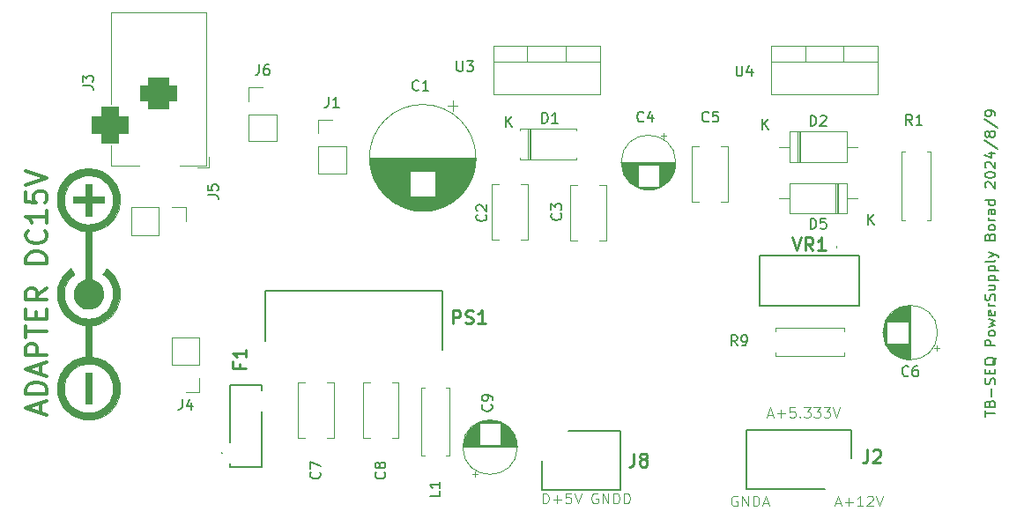
<source format=gto>
G04 #@! TF.GenerationSoftware,KiCad,Pcbnew,8.0.2*
G04 #@! TF.CreationDate,2024-08-09T17:56:16+09:00*
G04 #@! TF.ProjectId,powersupply,706f7765-7273-4757-9070-6c792e6b6963,rev?*
G04 #@! TF.SameCoordinates,Original*
G04 #@! TF.FileFunction,Legend,Top*
G04 #@! TF.FilePolarity,Positive*
%FSLAX46Y46*%
G04 Gerber Fmt 4.6, Leading zero omitted, Abs format (unit mm)*
G04 Created by KiCad (PCBNEW 8.0.2) date 2024-08-09 17:56:16*
%MOMM*%
%LPD*%
G01*
G04 APERTURE LIST*
G04 Aperture macros list*
%AMRoundRect*
0 Rectangle with rounded corners*
0 $1 Rounding radius*
0 $2 $3 $4 $5 $6 $7 $8 $9 X,Y pos of 4 corners*
0 Add a 4 corners polygon primitive as box body*
4,1,4,$2,$3,$4,$5,$6,$7,$8,$9,$2,$3,0*
0 Add four circle primitives for the rounded corners*
1,1,$1+$1,$2,$3*
1,1,$1+$1,$4,$5*
1,1,$1+$1,$6,$7*
1,1,$1+$1,$8,$9*
0 Add four rect primitives between the rounded corners*
20,1,$1+$1,$2,$3,$4,$5,0*
20,1,$1+$1,$4,$5,$6,$7,0*
20,1,$1+$1,$6,$7,$8,$9,0*
20,1,$1+$1,$8,$9,$2,$3,0*%
G04 Aperture macros list end*
%ADD10C,0.100000*%
%ADD11C,0.200000*%
%ADD12C,0.300000*%
%ADD13C,0.254000*%
%ADD14C,0.150000*%
%ADD15C,0.120000*%
%ADD16C,0.010000*%
%ADD17R,1.650000X1.650000*%
%ADD18C,1.650000*%
%ADD19R,1.217000X1.217000*%
%ADD20C,1.217000*%
%ADD21R,1.905000X2.000000*%
%ADD22O,1.905000X2.000000*%
%ADD23R,1.700000X1.700000*%
%ADD24O,1.700000X1.700000*%
%ADD25C,1.600000*%
%ADD26O,1.600000X1.600000*%
%ADD27R,1.305000X1.305000*%
%ADD28C,1.305000*%
%ADD29R,1.600000X1.600000*%
%ADD30R,3.500000X3.500000*%
%ADD31RoundRect,0.750000X-1.000000X0.750000X-1.000000X-0.750000X1.000000X-0.750000X1.000000X0.750000X0*%
%ADD32RoundRect,0.875000X-0.875000X0.875000X-0.875000X-0.875000X0.875000X-0.875000X0.875000X0.875000X0*%
%ADD33R,2.200000X2.200000*%
%ADD34O,2.200000X2.200000*%
%ADD35R,2.000000X2.000000*%
%ADD36C,2.000000*%
G04 APERTURE END LIST*
D10*
X109907693Y-87670038D02*
X109812455Y-87622419D01*
X109812455Y-87622419D02*
X109669598Y-87622419D01*
X109669598Y-87622419D02*
X109526741Y-87670038D01*
X109526741Y-87670038D02*
X109431503Y-87765276D01*
X109431503Y-87765276D02*
X109383884Y-87860514D01*
X109383884Y-87860514D02*
X109336265Y-88050990D01*
X109336265Y-88050990D02*
X109336265Y-88193847D01*
X109336265Y-88193847D02*
X109383884Y-88384323D01*
X109383884Y-88384323D02*
X109431503Y-88479561D01*
X109431503Y-88479561D02*
X109526741Y-88574800D01*
X109526741Y-88574800D02*
X109669598Y-88622419D01*
X109669598Y-88622419D02*
X109764836Y-88622419D01*
X109764836Y-88622419D02*
X109907693Y-88574800D01*
X109907693Y-88574800D02*
X109955312Y-88527180D01*
X109955312Y-88527180D02*
X109955312Y-88193847D01*
X109955312Y-88193847D02*
X109764836Y-88193847D01*
X110383884Y-88622419D02*
X110383884Y-87622419D01*
X110383884Y-87622419D02*
X110955312Y-88622419D01*
X110955312Y-88622419D02*
X110955312Y-87622419D01*
X111431503Y-88622419D02*
X111431503Y-87622419D01*
X111431503Y-87622419D02*
X111669598Y-87622419D01*
X111669598Y-87622419D02*
X111812455Y-87670038D01*
X111812455Y-87670038D02*
X111907693Y-87765276D01*
X111907693Y-87765276D02*
X111955312Y-87860514D01*
X111955312Y-87860514D02*
X112002931Y-88050990D01*
X112002931Y-88050990D02*
X112002931Y-88193847D01*
X112002931Y-88193847D02*
X111955312Y-88384323D01*
X111955312Y-88384323D02*
X111907693Y-88479561D01*
X111907693Y-88479561D02*
X111812455Y-88574800D01*
X111812455Y-88574800D02*
X111669598Y-88622419D01*
X111669598Y-88622419D02*
X111431503Y-88622419D01*
X112431503Y-88622419D02*
X112431503Y-87622419D01*
X112431503Y-87622419D02*
X112669598Y-87622419D01*
X112669598Y-87622419D02*
X112812455Y-87670038D01*
X112812455Y-87670038D02*
X112907693Y-87765276D01*
X112907693Y-87765276D02*
X112955312Y-87860514D01*
X112955312Y-87860514D02*
X113002931Y-88050990D01*
X113002931Y-88050990D02*
X113002931Y-88193847D01*
X113002931Y-88193847D02*
X112955312Y-88384323D01*
X112955312Y-88384323D02*
X112907693Y-88479561D01*
X112907693Y-88479561D02*
X112812455Y-88574800D01*
X112812455Y-88574800D02*
X112669598Y-88622419D01*
X112669598Y-88622419D02*
X112431503Y-88622419D01*
X104633884Y-88622419D02*
X104633884Y-87622419D01*
X104633884Y-87622419D02*
X104871979Y-87622419D01*
X104871979Y-87622419D02*
X105014836Y-87670038D01*
X105014836Y-87670038D02*
X105110074Y-87765276D01*
X105110074Y-87765276D02*
X105157693Y-87860514D01*
X105157693Y-87860514D02*
X105205312Y-88050990D01*
X105205312Y-88050990D02*
X105205312Y-88193847D01*
X105205312Y-88193847D02*
X105157693Y-88384323D01*
X105157693Y-88384323D02*
X105110074Y-88479561D01*
X105110074Y-88479561D02*
X105014836Y-88574800D01*
X105014836Y-88574800D02*
X104871979Y-88622419D01*
X104871979Y-88622419D02*
X104633884Y-88622419D01*
X105633884Y-88241466D02*
X106395789Y-88241466D01*
X106014836Y-88622419D02*
X106014836Y-87860514D01*
X107348169Y-87622419D02*
X106871979Y-87622419D01*
X106871979Y-87622419D02*
X106824360Y-88098609D01*
X106824360Y-88098609D02*
X106871979Y-88050990D01*
X106871979Y-88050990D02*
X106967217Y-88003371D01*
X106967217Y-88003371D02*
X107205312Y-88003371D01*
X107205312Y-88003371D02*
X107300550Y-88050990D01*
X107300550Y-88050990D02*
X107348169Y-88098609D01*
X107348169Y-88098609D02*
X107395788Y-88193847D01*
X107395788Y-88193847D02*
X107395788Y-88431942D01*
X107395788Y-88431942D02*
X107348169Y-88527180D01*
X107348169Y-88527180D02*
X107300550Y-88574800D01*
X107300550Y-88574800D02*
X107205312Y-88622419D01*
X107205312Y-88622419D02*
X106967217Y-88622419D01*
X106967217Y-88622419D02*
X106871979Y-88574800D01*
X106871979Y-88574800D02*
X106824360Y-88527180D01*
X107681503Y-87622419D02*
X108014836Y-88622419D01*
X108014836Y-88622419D02*
X108348169Y-87622419D01*
X123327693Y-87920038D02*
X123232455Y-87872419D01*
X123232455Y-87872419D02*
X123089598Y-87872419D01*
X123089598Y-87872419D02*
X122946741Y-87920038D01*
X122946741Y-87920038D02*
X122851503Y-88015276D01*
X122851503Y-88015276D02*
X122803884Y-88110514D01*
X122803884Y-88110514D02*
X122756265Y-88300990D01*
X122756265Y-88300990D02*
X122756265Y-88443847D01*
X122756265Y-88443847D02*
X122803884Y-88634323D01*
X122803884Y-88634323D02*
X122851503Y-88729561D01*
X122851503Y-88729561D02*
X122946741Y-88824800D01*
X122946741Y-88824800D02*
X123089598Y-88872419D01*
X123089598Y-88872419D02*
X123184836Y-88872419D01*
X123184836Y-88872419D02*
X123327693Y-88824800D01*
X123327693Y-88824800D02*
X123375312Y-88777180D01*
X123375312Y-88777180D02*
X123375312Y-88443847D01*
X123375312Y-88443847D02*
X123184836Y-88443847D01*
X123803884Y-88872419D02*
X123803884Y-87872419D01*
X123803884Y-87872419D02*
X124375312Y-88872419D01*
X124375312Y-88872419D02*
X124375312Y-87872419D01*
X124851503Y-88872419D02*
X124851503Y-87872419D01*
X124851503Y-87872419D02*
X125089598Y-87872419D01*
X125089598Y-87872419D02*
X125232455Y-87920038D01*
X125232455Y-87920038D02*
X125327693Y-88015276D01*
X125327693Y-88015276D02*
X125375312Y-88110514D01*
X125375312Y-88110514D02*
X125422931Y-88300990D01*
X125422931Y-88300990D02*
X125422931Y-88443847D01*
X125422931Y-88443847D02*
X125375312Y-88634323D01*
X125375312Y-88634323D02*
X125327693Y-88729561D01*
X125327693Y-88729561D02*
X125232455Y-88824800D01*
X125232455Y-88824800D02*
X125089598Y-88872419D01*
X125089598Y-88872419D02*
X124851503Y-88872419D01*
X125803884Y-88586704D02*
X126280074Y-88586704D01*
X125708646Y-88872419D02*
X126041979Y-87872419D01*
X126041979Y-87872419D02*
X126375312Y-88872419D01*
X132756265Y-88586704D02*
X133232455Y-88586704D01*
X132661027Y-88872419D02*
X132994360Y-87872419D01*
X132994360Y-87872419D02*
X133327693Y-88872419D01*
X133661027Y-88491466D02*
X134422932Y-88491466D01*
X134041979Y-88872419D02*
X134041979Y-88110514D01*
X135422931Y-88872419D02*
X134851503Y-88872419D01*
X135137217Y-88872419D02*
X135137217Y-87872419D01*
X135137217Y-87872419D02*
X135041979Y-88015276D01*
X135041979Y-88015276D02*
X134946741Y-88110514D01*
X134946741Y-88110514D02*
X134851503Y-88158133D01*
X135803884Y-87967657D02*
X135851503Y-87920038D01*
X135851503Y-87920038D02*
X135946741Y-87872419D01*
X135946741Y-87872419D02*
X136184836Y-87872419D01*
X136184836Y-87872419D02*
X136280074Y-87920038D01*
X136280074Y-87920038D02*
X136327693Y-87967657D01*
X136327693Y-87967657D02*
X136375312Y-88062895D01*
X136375312Y-88062895D02*
X136375312Y-88158133D01*
X136375312Y-88158133D02*
X136327693Y-88300990D01*
X136327693Y-88300990D02*
X135756265Y-88872419D01*
X135756265Y-88872419D02*
X136375312Y-88872419D01*
X136661027Y-87872419D02*
X136994360Y-88872419D01*
X136994360Y-88872419D02*
X137327693Y-87872419D01*
D11*
X147117219Y-80273183D02*
X147117219Y-79701755D01*
X148117219Y-79987469D02*
X147117219Y-79987469D01*
X147593409Y-79035088D02*
X147641028Y-78892231D01*
X147641028Y-78892231D02*
X147688647Y-78844612D01*
X147688647Y-78844612D02*
X147783885Y-78796993D01*
X147783885Y-78796993D02*
X147926742Y-78796993D01*
X147926742Y-78796993D02*
X148021980Y-78844612D01*
X148021980Y-78844612D02*
X148069600Y-78892231D01*
X148069600Y-78892231D02*
X148117219Y-78987469D01*
X148117219Y-78987469D02*
X148117219Y-79368421D01*
X148117219Y-79368421D02*
X147117219Y-79368421D01*
X147117219Y-79368421D02*
X147117219Y-79035088D01*
X147117219Y-79035088D02*
X147164838Y-78939850D01*
X147164838Y-78939850D02*
X147212457Y-78892231D01*
X147212457Y-78892231D02*
X147307695Y-78844612D01*
X147307695Y-78844612D02*
X147402933Y-78844612D01*
X147402933Y-78844612D02*
X147498171Y-78892231D01*
X147498171Y-78892231D02*
X147545790Y-78939850D01*
X147545790Y-78939850D02*
X147593409Y-79035088D01*
X147593409Y-79035088D02*
X147593409Y-79368421D01*
X147736266Y-78368421D02*
X147736266Y-77606517D01*
X148069600Y-77177945D02*
X148117219Y-77035088D01*
X148117219Y-77035088D02*
X148117219Y-76796993D01*
X148117219Y-76796993D02*
X148069600Y-76701755D01*
X148069600Y-76701755D02*
X148021980Y-76654136D01*
X148021980Y-76654136D02*
X147926742Y-76606517D01*
X147926742Y-76606517D02*
X147831504Y-76606517D01*
X147831504Y-76606517D02*
X147736266Y-76654136D01*
X147736266Y-76654136D02*
X147688647Y-76701755D01*
X147688647Y-76701755D02*
X147641028Y-76796993D01*
X147641028Y-76796993D02*
X147593409Y-76987469D01*
X147593409Y-76987469D02*
X147545790Y-77082707D01*
X147545790Y-77082707D02*
X147498171Y-77130326D01*
X147498171Y-77130326D02*
X147402933Y-77177945D01*
X147402933Y-77177945D02*
X147307695Y-77177945D01*
X147307695Y-77177945D02*
X147212457Y-77130326D01*
X147212457Y-77130326D02*
X147164838Y-77082707D01*
X147164838Y-77082707D02*
X147117219Y-76987469D01*
X147117219Y-76987469D02*
X147117219Y-76749374D01*
X147117219Y-76749374D02*
X147164838Y-76606517D01*
X147593409Y-76177945D02*
X147593409Y-75844612D01*
X148117219Y-75701755D02*
X148117219Y-76177945D01*
X148117219Y-76177945D02*
X147117219Y-76177945D01*
X147117219Y-76177945D02*
X147117219Y-75701755D01*
X148212457Y-74606517D02*
X148164838Y-74701755D01*
X148164838Y-74701755D02*
X148069600Y-74796993D01*
X148069600Y-74796993D02*
X147926742Y-74939850D01*
X147926742Y-74939850D02*
X147879123Y-75035088D01*
X147879123Y-75035088D02*
X147879123Y-75130326D01*
X148117219Y-75082707D02*
X148069600Y-75177945D01*
X148069600Y-75177945D02*
X147974361Y-75273183D01*
X147974361Y-75273183D02*
X147783885Y-75320802D01*
X147783885Y-75320802D02*
X147450552Y-75320802D01*
X147450552Y-75320802D02*
X147260076Y-75273183D01*
X147260076Y-75273183D02*
X147164838Y-75177945D01*
X147164838Y-75177945D02*
X147117219Y-75082707D01*
X147117219Y-75082707D02*
X147117219Y-74892231D01*
X147117219Y-74892231D02*
X147164838Y-74796993D01*
X147164838Y-74796993D02*
X147260076Y-74701755D01*
X147260076Y-74701755D02*
X147450552Y-74654136D01*
X147450552Y-74654136D02*
X147783885Y-74654136D01*
X147783885Y-74654136D02*
X147974361Y-74701755D01*
X147974361Y-74701755D02*
X148069600Y-74796993D01*
X148069600Y-74796993D02*
X148117219Y-74892231D01*
X148117219Y-74892231D02*
X148117219Y-75082707D01*
X148117219Y-73463659D02*
X147117219Y-73463659D01*
X147117219Y-73463659D02*
X147117219Y-73082707D01*
X147117219Y-73082707D02*
X147164838Y-72987469D01*
X147164838Y-72987469D02*
X147212457Y-72939850D01*
X147212457Y-72939850D02*
X147307695Y-72892231D01*
X147307695Y-72892231D02*
X147450552Y-72892231D01*
X147450552Y-72892231D02*
X147545790Y-72939850D01*
X147545790Y-72939850D02*
X147593409Y-72987469D01*
X147593409Y-72987469D02*
X147641028Y-73082707D01*
X147641028Y-73082707D02*
X147641028Y-73463659D01*
X148117219Y-72320802D02*
X148069600Y-72416040D01*
X148069600Y-72416040D02*
X148021980Y-72463659D01*
X148021980Y-72463659D02*
X147926742Y-72511278D01*
X147926742Y-72511278D02*
X147641028Y-72511278D01*
X147641028Y-72511278D02*
X147545790Y-72463659D01*
X147545790Y-72463659D02*
X147498171Y-72416040D01*
X147498171Y-72416040D02*
X147450552Y-72320802D01*
X147450552Y-72320802D02*
X147450552Y-72177945D01*
X147450552Y-72177945D02*
X147498171Y-72082707D01*
X147498171Y-72082707D02*
X147545790Y-72035088D01*
X147545790Y-72035088D02*
X147641028Y-71987469D01*
X147641028Y-71987469D02*
X147926742Y-71987469D01*
X147926742Y-71987469D02*
X148021980Y-72035088D01*
X148021980Y-72035088D02*
X148069600Y-72082707D01*
X148069600Y-72082707D02*
X148117219Y-72177945D01*
X148117219Y-72177945D02*
X148117219Y-72320802D01*
X147450552Y-71654135D02*
X148117219Y-71463659D01*
X148117219Y-71463659D02*
X147641028Y-71273183D01*
X147641028Y-71273183D02*
X148117219Y-71082707D01*
X148117219Y-71082707D02*
X147450552Y-70892231D01*
X148069600Y-70130326D02*
X148117219Y-70225564D01*
X148117219Y-70225564D02*
X148117219Y-70416040D01*
X148117219Y-70416040D02*
X148069600Y-70511278D01*
X148069600Y-70511278D02*
X147974361Y-70558897D01*
X147974361Y-70558897D02*
X147593409Y-70558897D01*
X147593409Y-70558897D02*
X147498171Y-70511278D01*
X147498171Y-70511278D02*
X147450552Y-70416040D01*
X147450552Y-70416040D02*
X147450552Y-70225564D01*
X147450552Y-70225564D02*
X147498171Y-70130326D01*
X147498171Y-70130326D02*
X147593409Y-70082707D01*
X147593409Y-70082707D02*
X147688647Y-70082707D01*
X147688647Y-70082707D02*
X147783885Y-70558897D01*
X148117219Y-69654135D02*
X147450552Y-69654135D01*
X147641028Y-69654135D02*
X147545790Y-69606516D01*
X147545790Y-69606516D02*
X147498171Y-69558897D01*
X147498171Y-69558897D02*
X147450552Y-69463659D01*
X147450552Y-69463659D02*
X147450552Y-69368421D01*
X148069600Y-69082706D02*
X148117219Y-68939849D01*
X148117219Y-68939849D02*
X148117219Y-68701754D01*
X148117219Y-68701754D02*
X148069600Y-68606516D01*
X148069600Y-68606516D02*
X148021980Y-68558897D01*
X148021980Y-68558897D02*
X147926742Y-68511278D01*
X147926742Y-68511278D02*
X147831504Y-68511278D01*
X147831504Y-68511278D02*
X147736266Y-68558897D01*
X147736266Y-68558897D02*
X147688647Y-68606516D01*
X147688647Y-68606516D02*
X147641028Y-68701754D01*
X147641028Y-68701754D02*
X147593409Y-68892230D01*
X147593409Y-68892230D02*
X147545790Y-68987468D01*
X147545790Y-68987468D02*
X147498171Y-69035087D01*
X147498171Y-69035087D02*
X147402933Y-69082706D01*
X147402933Y-69082706D02*
X147307695Y-69082706D01*
X147307695Y-69082706D02*
X147212457Y-69035087D01*
X147212457Y-69035087D02*
X147164838Y-68987468D01*
X147164838Y-68987468D02*
X147117219Y-68892230D01*
X147117219Y-68892230D02*
X147117219Y-68654135D01*
X147117219Y-68654135D02*
X147164838Y-68511278D01*
X147450552Y-67654135D02*
X148117219Y-67654135D01*
X147450552Y-68082706D02*
X147974361Y-68082706D01*
X147974361Y-68082706D02*
X148069600Y-68035087D01*
X148069600Y-68035087D02*
X148117219Y-67939849D01*
X148117219Y-67939849D02*
X148117219Y-67796992D01*
X148117219Y-67796992D02*
X148069600Y-67701754D01*
X148069600Y-67701754D02*
X148021980Y-67654135D01*
X147450552Y-67177944D02*
X148450552Y-67177944D01*
X147498171Y-67177944D02*
X147450552Y-67082706D01*
X147450552Y-67082706D02*
X147450552Y-66892230D01*
X147450552Y-66892230D02*
X147498171Y-66796992D01*
X147498171Y-66796992D02*
X147545790Y-66749373D01*
X147545790Y-66749373D02*
X147641028Y-66701754D01*
X147641028Y-66701754D02*
X147926742Y-66701754D01*
X147926742Y-66701754D02*
X148021980Y-66749373D01*
X148021980Y-66749373D02*
X148069600Y-66796992D01*
X148069600Y-66796992D02*
X148117219Y-66892230D01*
X148117219Y-66892230D02*
X148117219Y-67082706D01*
X148117219Y-67082706D02*
X148069600Y-67177944D01*
X147450552Y-66273182D02*
X148450552Y-66273182D01*
X147498171Y-66273182D02*
X147450552Y-66177944D01*
X147450552Y-66177944D02*
X147450552Y-65987468D01*
X147450552Y-65987468D02*
X147498171Y-65892230D01*
X147498171Y-65892230D02*
X147545790Y-65844611D01*
X147545790Y-65844611D02*
X147641028Y-65796992D01*
X147641028Y-65796992D02*
X147926742Y-65796992D01*
X147926742Y-65796992D02*
X148021980Y-65844611D01*
X148021980Y-65844611D02*
X148069600Y-65892230D01*
X148069600Y-65892230D02*
X148117219Y-65987468D01*
X148117219Y-65987468D02*
X148117219Y-66177944D01*
X148117219Y-66177944D02*
X148069600Y-66273182D01*
X148117219Y-65225563D02*
X148069600Y-65320801D01*
X148069600Y-65320801D02*
X147974361Y-65368420D01*
X147974361Y-65368420D02*
X147117219Y-65368420D01*
X147450552Y-64939848D02*
X148117219Y-64701753D01*
X147450552Y-64463658D02*
X148117219Y-64701753D01*
X148117219Y-64701753D02*
X148355314Y-64796991D01*
X148355314Y-64796991D02*
X148402933Y-64844610D01*
X148402933Y-64844610D02*
X148450552Y-64939848D01*
X147593409Y-62987467D02*
X147641028Y-62844610D01*
X147641028Y-62844610D02*
X147688647Y-62796991D01*
X147688647Y-62796991D02*
X147783885Y-62749372D01*
X147783885Y-62749372D02*
X147926742Y-62749372D01*
X147926742Y-62749372D02*
X148021980Y-62796991D01*
X148021980Y-62796991D02*
X148069600Y-62844610D01*
X148069600Y-62844610D02*
X148117219Y-62939848D01*
X148117219Y-62939848D02*
X148117219Y-63320800D01*
X148117219Y-63320800D02*
X147117219Y-63320800D01*
X147117219Y-63320800D02*
X147117219Y-62987467D01*
X147117219Y-62987467D02*
X147164838Y-62892229D01*
X147164838Y-62892229D02*
X147212457Y-62844610D01*
X147212457Y-62844610D02*
X147307695Y-62796991D01*
X147307695Y-62796991D02*
X147402933Y-62796991D01*
X147402933Y-62796991D02*
X147498171Y-62844610D01*
X147498171Y-62844610D02*
X147545790Y-62892229D01*
X147545790Y-62892229D02*
X147593409Y-62987467D01*
X147593409Y-62987467D02*
X147593409Y-63320800D01*
X148117219Y-62177943D02*
X148069600Y-62273181D01*
X148069600Y-62273181D02*
X148021980Y-62320800D01*
X148021980Y-62320800D02*
X147926742Y-62368419D01*
X147926742Y-62368419D02*
X147641028Y-62368419D01*
X147641028Y-62368419D02*
X147545790Y-62320800D01*
X147545790Y-62320800D02*
X147498171Y-62273181D01*
X147498171Y-62273181D02*
X147450552Y-62177943D01*
X147450552Y-62177943D02*
X147450552Y-62035086D01*
X147450552Y-62035086D02*
X147498171Y-61939848D01*
X147498171Y-61939848D02*
X147545790Y-61892229D01*
X147545790Y-61892229D02*
X147641028Y-61844610D01*
X147641028Y-61844610D02*
X147926742Y-61844610D01*
X147926742Y-61844610D02*
X148021980Y-61892229D01*
X148021980Y-61892229D02*
X148069600Y-61939848D01*
X148069600Y-61939848D02*
X148117219Y-62035086D01*
X148117219Y-62035086D02*
X148117219Y-62177943D01*
X148117219Y-61416038D02*
X147450552Y-61416038D01*
X147641028Y-61416038D02*
X147545790Y-61368419D01*
X147545790Y-61368419D02*
X147498171Y-61320800D01*
X147498171Y-61320800D02*
X147450552Y-61225562D01*
X147450552Y-61225562D02*
X147450552Y-61130324D01*
X148117219Y-60368419D02*
X147593409Y-60368419D01*
X147593409Y-60368419D02*
X147498171Y-60416038D01*
X147498171Y-60416038D02*
X147450552Y-60511276D01*
X147450552Y-60511276D02*
X147450552Y-60701752D01*
X147450552Y-60701752D02*
X147498171Y-60796990D01*
X148069600Y-60368419D02*
X148117219Y-60463657D01*
X148117219Y-60463657D02*
X148117219Y-60701752D01*
X148117219Y-60701752D02*
X148069600Y-60796990D01*
X148069600Y-60796990D02*
X147974361Y-60844609D01*
X147974361Y-60844609D02*
X147879123Y-60844609D01*
X147879123Y-60844609D02*
X147783885Y-60796990D01*
X147783885Y-60796990D02*
X147736266Y-60701752D01*
X147736266Y-60701752D02*
X147736266Y-60463657D01*
X147736266Y-60463657D02*
X147688647Y-60368419D01*
X148117219Y-59463657D02*
X147117219Y-59463657D01*
X148069600Y-59463657D02*
X148117219Y-59558895D01*
X148117219Y-59558895D02*
X148117219Y-59749371D01*
X148117219Y-59749371D02*
X148069600Y-59844609D01*
X148069600Y-59844609D02*
X148021980Y-59892228D01*
X148021980Y-59892228D02*
X147926742Y-59939847D01*
X147926742Y-59939847D02*
X147641028Y-59939847D01*
X147641028Y-59939847D02*
X147545790Y-59892228D01*
X147545790Y-59892228D02*
X147498171Y-59844609D01*
X147498171Y-59844609D02*
X147450552Y-59749371D01*
X147450552Y-59749371D02*
X147450552Y-59558895D01*
X147450552Y-59558895D02*
X147498171Y-59463657D01*
X147212457Y-58273180D02*
X147164838Y-58225561D01*
X147164838Y-58225561D02*
X147117219Y-58130323D01*
X147117219Y-58130323D02*
X147117219Y-57892228D01*
X147117219Y-57892228D02*
X147164838Y-57796990D01*
X147164838Y-57796990D02*
X147212457Y-57749371D01*
X147212457Y-57749371D02*
X147307695Y-57701752D01*
X147307695Y-57701752D02*
X147402933Y-57701752D01*
X147402933Y-57701752D02*
X147545790Y-57749371D01*
X147545790Y-57749371D02*
X148117219Y-58320799D01*
X148117219Y-58320799D02*
X148117219Y-57701752D01*
X147117219Y-57082704D02*
X147117219Y-56987466D01*
X147117219Y-56987466D02*
X147164838Y-56892228D01*
X147164838Y-56892228D02*
X147212457Y-56844609D01*
X147212457Y-56844609D02*
X147307695Y-56796990D01*
X147307695Y-56796990D02*
X147498171Y-56749371D01*
X147498171Y-56749371D02*
X147736266Y-56749371D01*
X147736266Y-56749371D02*
X147926742Y-56796990D01*
X147926742Y-56796990D02*
X148021980Y-56844609D01*
X148021980Y-56844609D02*
X148069600Y-56892228D01*
X148069600Y-56892228D02*
X148117219Y-56987466D01*
X148117219Y-56987466D02*
X148117219Y-57082704D01*
X148117219Y-57082704D02*
X148069600Y-57177942D01*
X148069600Y-57177942D02*
X148021980Y-57225561D01*
X148021980Y-57225561D02*
X147926742Y-57273180D01*
X147926742Y-57273180D02*
X147736266Y-57320799D01*
X147736266Y-57320799D02*
X147498171Y-57320799D01*
X147498171Y-57320799D02*
X147307695Y-57273180D01*
X147307695Y-57273180D02*
X147212457Y-57225561D01*
X147212457Y-57225561D02*
X147164838Y-57177942D01*
X147164838Y-57177942D02*
X147117219Y-57082704D01*
X147212457Y-56368418D02*
X147164838Y-56320799D01*
X147164838Y-56320799D02*
X147117219Y-56225561D01*
X147117219Y-56225561D02*
X147117219Y-55987466D01*
X147117219Y-55987466D02*
X147164838Y-55892228D01*
X147164838Y-55892228D02*
X147212457Y-55844609D01*
X147212457Y-55844609D02*
X147307695Y-55796990D01*
X147307695Y-55796990D02*
X147402933Y-55796990D01*
X147402933Y-55796990D02*
X147545790Y-55844609D01*
X147545790Y-55844609D02*
X148117219Y-56416037D01*
X148117219Y-56416037D02*
X148117219Y-55796990D01*
X147450552Y-54939847D02*
X148117219Y-54939847D01*
X147069600Y-55177942D02*
X147783885Y-55416037D01*
X147783885Y-55416037D02*
X147783885Y-54796990D01*
X147069600Y-53701752D02*
X148355314Y-54558894D01*
X147545790Y-53225561D02*
X147498171Y-53320799D01*
X147498171Y-53320799D02*
X147450552Y-53368418D01*
X147450552Y-53368418D02*
X147355314Y-53416037D01*
X147355314Y-53416037D02*
X147307695Y-53416037D01*
X147307695Y-53416037D02*
X147212457Y-53368418D01*
X147212457Y-53368418D02*
X147164838Y-53320799D01*
X147164838Y-53320799D02*
X147117219Y-53225561D01*
X147117219Y-53225561D02*
X147117219Y-53035085D01*
X147117219Y-53035085D02*
X147164838Y-52939847D01*
X147164838Y-52939847D02*
X147212457Y-52892228D01*
X147212457Y-52892228D02*
X147307695Y-52844609D01*
X147307695Y-52844609D02*
X147355314Y-52844609D01*
X147355314Y-52844609D02*
X147450552Y-52892228D01*
X147450552Y-52892228D02*
X147498171Y-52939847D01*
X147498171Y-52939847D02*
X147545790Y-53035085D01*
X147545790Y-53035085D02*
X147545790Y-53225561D01*
X147545790Y-53225561D02*
X147593409Y-53320799D01*
X147593409Y-53320799D02*
X147641028Y-53368418D01*
X147641028Y-53368418D02*
X147736266Y-53416037D01*
X147736266Y-53416037D02*
X147926742Y-53416037D01*
X147926742Y-53416037D02*
X148021980Y-53368418D01*
X148021980Y-53368418D02*
X148069600Y-53320799D01*
X148069600Y-53320799D02*
X148117219Y-53225561D01*
X148117219Y-53225561D02*
X148117219Y-53035085D01*
X148117219Y-53035085D02*
X148069600Y-52939847D01*
X148069600Y-52939847D02*
X148021980Y-52892228D01*
X148021980Y-52892228D02*
X147926742Y-52844609D01*
X147926742Y-52844609D02*
X147736266Y-52844609D01*
X147736266Y-52844609D02*
X147641028Y-52892228D01*
X147641028Y-52892228D02*
X147593409Y-52939847D01*
X147593409Y-52939847D02*
X147545790Y-53035085D01*
X147069600Y-51701752D02*
X148355314Y-52558894D01*
X148117219Y-51320799D02*
X148117219Y-51130323D01*
X148117219Y-51130323D02*
X148069600Y-51035085D01*
X148069600Y-51035085D02*
X148021980Y-50987466D01*
X148021980Y-50987466D02*
X147879123Y-50892228D01*
X147879123Y-50892228D02*
X147688647Y-50844609D01*
X147688647Y-50844609D02*
X147307695Y-50844609D01*
X147307695Y-50844609D02*
X147212457Y-50892228D01*
X147212457Y-50892228D02*
X147164838Y-50939847D01*
X147164838Y-50939847D02*
X147117219Y-51035085D01*
X147117219Y-51035085D02*
X147117219Y-51225561D01*
X147117219Y-51225561D02*
X147164838Y-51320799D01*
X147164838Y-51320799D02*
X147212457Y-51368418D01*
X147212457Y-51368418D02*
X147307695Y-51416037D01*
X147307695Y-51416037D02*
X147545790Y-51416037D01*
X147545790Y-51416037D02*
X147641028Y-51368418D01*
X147641028Y-51368418D02*
X147688647Y-51320799D01*
X147688647Y-51320799D02*
X147736266Y-51225561D01*
X147736266Y-51225561D02*
X147736266Y-51035085D01*
X147736266Y-51035085D02*
X147688647Y-50939847D01*
X147688647Y-50939847D02*
X147641028Y-50892228D01*
X147641028Y-50892228D02*
X147545790Y-50844609D01*
D12*
X56418209Y-79921679D02*
X56418209Y-78969298D01*
X56989638Y-80112155D02*
X54989638Y-79445489D01*
X54989638Y-79445489D02*
X56989638Y-78778822D01*
X56989638Y-78112155D02*
X54989638Y-78112155D01*
X54989638Y-78112155D02*
X54989638Y-77635965D01*
X54989638Y-77635965D02*
X55084876Y-77350250D01*
X55084876Y-77350250D02*
X55275352Y-77159774D01*
X55275352Y-77159774D02*
X55465828Y-77064536D01*
X55465828Y-77064536D02*
X55846780Y-76969298D01*
X55846780Y-76969298D02*
X56132495Y-76969298D01*
X56132495Y-76969298D02*
X56513447Y-77064536D01*
X56513447Y-77064536D02*
X56703923Y-77159774D01*
X56703923Y-77159774D02*
X56894400Y-77350250D01*
X56894400Y-77350250D02*
X56989638Y-77635965D01*
X56989638Y-77635965D02*
X56989638Y-78112155D01*
X56418209Y-76207393D02*
X56418209Y-75255012D01*
X56989638Y-76397869D02*
X54989638Y-75731203D01*
X54989638Y-75731203D02*
X56989638Y-75064536D01*
X56989638Y-74397869D02*
X54989638Y-74397869D01*
X54989638Y-74397869D02*
X54989638Y-73635964D01*
X54989638Y-73635964D02*
X55084876Y-73445488D01*
X55084876Y-73445488D02*
X55180114Y-73350250D01*
X55180114Y-73350250D02*
X55370590Y-73255012D01*
X55370590Y-73255012D02*
X55656304Y-73255012D01*
X55656304Y-73255012D02*
X55846780Y-73350250D01*
X55846780Y-73350250D02*
X55942019Y-73445488D01*
X55942019Y-73445488D02*
X56037257Y-73635964D01*
X56037257Y-73635964D02*
X56037257Y-74397869D01*
X54989638Y-72683583D02*
X54989638Y-71540726D01*
X56989638Y-72112155D02*
X54989638Y-72112155D01*
X55942019Y-70874059D02*
X55942019Y-70207392D01*
X56989638Y-69921678D02*
X56989638Y-70874059D01*
X56989638Y-70874059D02*
X54989638Y-70874059D01*
X54989638Y-70874059D02*
X54989638Y-69921678D01*
X56989638Y-67921678D02*
X56037257Y-68588345D01*
X56989638Y-69064535D02*
X54989638Y-69064535D01*
X54989638Y-69064535D02*
X54989638Y-68302630D01*
X54989638Y-68302630D02*
X55084876Y-68112154D01*
X55084876Y-68112154D02*
X55180114Y-68016916D01*
X55180114Y-68016916D02*
X55370590Y-67921678D01*
X55370590Y-67921678D02*
X55656304Y-67921678D01*
X55656304Y-67921678D02*
X55846780Y-68016916D01*
X55846780Y-68016916D02*
X55942019Y-68112154D01*
X55942019Y-68112154D02*
X56037257Y-68302630D01*
X56037257Y-68302630D02*
X56037257Y-69064535D01*
X56989638Y-65540725D02*
X54989638Y-65540725D01*
X54989638Y-65540725D02*
X54989638Y-65064535D01*
X54989638Y-65064535D02*
X55084876Y-64778820D01*
X55084876Y-64778820D02*
X55275352Y-64588344D01*
X55275352Y-64588344D02*
X55465828Y-64493106D01*
X55465828Y-64493106D02*
X55846780Y-64397868D01*
X55846780Y-64397868D02*
X56132495Y-64397868D01*
X56132495Y-64397868D02*
X56513447Y-64493106D01*
X56513447Y-64493106D02*
X56703923Y-64588344D01*
X56703923Y-64588344D02*
X56894400Y-64778820D01*
X56894400Y-64778820D02*
X56989638Y-65064535D01*
X56989638Y-65064535D02*
X56989638Y-65540725D01*
X56799161Y-62397868D02*
X56894400Y-62493106D01*
X56894400Y-62493106D02*
X56989638Y-62778820D01*
X56989638Y-62778820D02*
X56989638Y-62969296D01*
X56989638Y-62969296D02*
X56894400Y-63255011D01*
X56894400Y-63255011D02*
X56703923Y-63445487D01*
X56703923Y-63445487D02*
X56513447Y-63540725D01*
X56513447Y-63540725D02*
X56132495Y-63635963D01*
X56132495Y-63635963D02*
X55846780Y-63635963D01*
X55846780Y-63635963D02*
X55465828Y-63540725D01*
X55465828Y-63540725D02*
X55275352Y-63445487D01*
X55275352Y-63445487D02*
X55084876Y-63255011D01*
X55084876Y-63255011D02*
X54989638Y-62969296D01*
X54989638Y-62969296D02*
X54989638Y-62778820D01*
X54989638Y-62778820D02*
X55084876Y-62493106D01*
X55084876Y-62493106D02*
X55180114Y-62397868D01*
X56989638Y-60493106D02*
X56989638Y-61635963D01*
X56989638Y-61064535D02*
X54989638Y-61064535D01*
X54989638Y-61064535D02*
X55275352Y-61255011D01*
X55275352Y-61255011D02*
X55465828Y-61445487D01*
X55465828Y-61445487D02*
X55561066Y-61635963D01*
X54989638Y-58683582D02*
X54989638Y-59635963D01*
X54989638Y-59635963D02*
X55942019Y-59731201D01*
X55942019Y-59731201D02*
X55846780Y-59635963D01*
X55846780Y-59635963D02*
X55751542Y-59445487D01*
X55751542Y-59445487D02*
X55751542Y-58969296D01*
X55751542Y-58969296D02*
X55846780Y-58778820D01*
X55846780Y-58778820D02*
X55942019Y-58683582D01*
X55942019Y-58683582D02*
X56132495Y-58588344D01*
X56132495Y-58588344D02*
X56608685Y-58588344D01*
X56608685Y-58588344D02*
X56799161Y-58683582D01*
X56799161Y-58683582D02*
X56894400Y-58778820D01*
X56894400Y-58778820D02*
X56989638Y-58969296D01*
X56989638Y-58969296D02*
X56989638Y-59445487D01*
X56989638Y-59445487D02*
X56894400Y-59635963D01*
X56894400Y-59635963D02*
X56799161Y-59731201D01*
X54989638Y-58016915D02*
X56989638Y-57350249D01*
X56989638Y-57350249D02*
X54989638Y-56683582D01*
D10*
X126256265Y-80086704D02*
X126732455Y-80086704D01*
X126161027Y-80372419D02*
X126494360Y-79372419D01*
X126494360Y-79372419D02*
X126827693Y-80372419D01*
X127161027Y-79991466D02*
X127922932Y-79991466D01*
X127541979Y-80372419D02*
X127541979Y-79610514D01*
X128875312Y-79372419D02*
X128399122Y-79372419D01*
X128399122Y-79372419D02*
X128351503Y-79848609D01*
X128351503Y-79848609D02*
X128399122Y-79800990D01*
X128399122Y-79800990D02*
X128494360Y-79753371D01*
X128494360Y-79753371D02*
X128732455Y-79753371D01*
X128732455Y-79753371D02*
X128827693Y-79800990D01*
X128827693Y-79800990D02*
X128875312Y-79848609D01*
X128875312Y-79848609D02*
X128922931Y-79943847D01*
X128922931Y-79943847D02*
X128922931Y-80181942D01*
X128922931Y-80181942D02*
X128875312Y-80277180D01*
X128875312Y-80277180D02*
X128827693Y-80324800D01*
X128827693Y-80324800D02*
X128732455Y-80372419D01*
X128732455Y-80372419D02*
X128494360Y-80372419D01*
X128494360Y-80372419D02*
X128399122Y-80324800D01*
X128399122Y-80324800D02*
X128351503Y-80277180D01*
X129351503Y-80277180D02*
X129399122Y-80324800D01*
X129399122Y-80324800D02*
X129351503Y-80372419D01*
X129351503Y-80372419D02*
X129303884Y-80324800D01*
X129303884Y-80324800D02*
X129351503Y-80277180D01*
X129351503Y-80277180D02*
X129351503Y-80372419D01*
X129732455Y-79372419D02*
X130351502Y-79372419D01*
X130351502Y-79372419D02*
X130018169Y-79753371D01*
X130018169Y-79753371D02*
X130161026Y-79753371D01*
X130161026Y-79753371D02*
X130256264Y-79800990D01*
X130256264Y-79800990D02*
X130303883Y-79848609D01*
X130303883Y-79848609D02*
X130351502Y-79943847D01*
X130351502Y-79943847D02*
X130351502Y-80181942D01*
X130351502Y-80181942D02*
X130303883Y-80277180D01*
X130303883Y-80277180D02*
X130256264Y-80324800D01*
X130256264Y-80324800D02*
X130161026Y-80372419D01*
X130161026Y-80372419D02*
X129875312Y-80372419D01*
X129875312Y-80372419D02*
X129780074Y-80324800D01*
X129780074Y-80324800D02*
X129732455Y-80277180D01*
X130684836Y-79372419D02*
X131303883Y-79372419D01*
X131303883Y-79372419D02*
X130970550Y-79753371D01*
X130970550Y-79753371D02*
X131113407Y-79753371D01*
X131113407Y-79753371D02*
X131208645Y-79800990D01*
X131208645Y-79800990D02*
X131256264Y-79848609D01*
X131256264Y-79848609D02*
X131303883Y-79943847D01*
X131303883Y-79943847D02*
X131303883Y-80181942D01*
X131303883Y-80181942D02*
X131256264Y-80277180D01*
X131256264Y-80277180D02*
X131208645Y-80324800D01*
X131208645Y-80324800D02*
X131113407Y-80372419D01*
X131113407Y-80372419D02*
X130827693Y-80372419D01*
X130827693Y-80372419D02*
X130732455Y-80324800D01*
X130732455Y-80324800D02*
X130684836Y-80277180D01*
X131637217Y-79372419D02*
X132256264Y-79372419D01*
X132256264Y-79372419D02*
X131922931Y-79753371D01*
X131922931Y-79753371D02*
X132065788Y-79753371D01*
X132065788Y-79753371D02*
X132161026Y-79800990D01*
X132161026Y-79800990D02*
X132208645Y-79848609D01*
X132208645Y-79848609D02*
X132256264Y-79943847D01*
X132256264Y-79943847D02*
X132256264Y-80181942D01*
X132256264Y-80181942D02*
X132208645Y-80277180D01*
X132208645Y-80277180D02*
X132161026Y-80324800D01*
X132161026Y-80324800D02*
X132065788Y-80372419D01*
X132065788Y-80372419D02*
X131780074Y-80372419D01*
X131780074Y-80372419D02*
X131684836Y-80324800D01*
X131684836Y-80324800D02*
X131637217Y-80277180D01*
X132541979Y-79372419D02*
X132875312Y-80372419D01*
X132875312Y-80372419D02*
X133208645Y-79372419D01*
D13*
X113406667Y-83804318D02*
X113406667Y-84711461D01*
X113406667Y-84711461D02*
X113346190Y-84892889D01*
X113346190Y-84892889D02*
X113225238Y-85013842D01*
X113225238Y-85013842D02*
X113043809Y-85074318D01*
X113043809Y-85074318D02*
X112922857Y-85074318D01*
X114192857Y-84348603D02*
X114071905Y-84288127D01*
X114071905Y-84288127D02*
X114011428Y-84227651D01*
X114011428Y-84227651D02*
X113950952Y-84106699D01*
X113950952Y-84106699D02*
X113950952Y-84046222D01*
X113950952Y-84046222D02*
X114011428Y-83925270D01*
X114011428Y-83925270D02*
X114071905Y-83864794D01*
X114071905Y-83864794D02*
X114192857Y-83804318D01*
X114192857Y-83804318D02*
X114434762Y-83804318D01*
X114434762Y-83804318D02*
X114555714Y-83864794D01*
X114555714Y-83864794D02*
X114616190Y-83925270D01*
X114616190Y-83925270D02*
X114676667Y-84046222D01*
X114676667Y-84046222D02*
X114676667Y-84106699D01*
X114676667Y-84106699D02*
X114616190Y-84227651D01*
X114616190Y-84227651D02*
X114555714Y-84288127D01*
X114555714Y-84288127D02*
X114434762Y-84348603D01*
X114434762Y-84348603D02*
X114192857Y-84348603D01*
X114192857Y-84348603D02*
X114071905Y-84409080D01*
X114071905Y-84409080D02*
X114011428Y-84469556D01*
X114011428Y-84469556D02*
X113950952Y-84590508D01*
X113950952Y-84590508D02*
X113950952Y-84832413D01*
X113950952Y-84832413D02*
X114011428Y-84953365D01*
X114011428Y-84953365D02*
X114071905Y-85013842D01*
X114071905Y-85013842D02*
X114192857Y-85074318D01*
X114192857Y-85074318D02*
X114434762Y-85074318D01*
X114434762Y-85074318D02*
X114555714Y-85013842D01*
X114555714Y-85013842D02*
X114616190Y-84953365D01*
X114616190Y-84953365D02*
X114676667Y-84832413D01*
X114676667Y-84832413D02*
X114676667Y-84590508D01*
X114676667Y-84590508D02*
X114616190Y-84469556D01*
X114616190Y-84469556D02*
X114555714Y-84409080D01*
X114555714Y-84409080D02*
X114434762Y-84348603D01*
X75489080Y-75173332D02*
X75489080Y-75596666D01*
X76154318Y-75596666D02*
X74884318Y-75596666D01*
X74884318Y-75596666D02*
X74884318Y-74991904D01*
X76154318Y-73842856D02*
X76154318Y-74568571D01*
X76154318Y-74205714D02*
X74884318Y-74205714D01*
X74884318Y-74205714D02*
X75065746Y-74326666D01*
X75065746Y-74326666D02*
X75186699Y-74447618D01*
X75186699Y-74447618D02*
X75247175Y-74568571D01*
D14*
X123238095Y-46554819D02*
X123238095Y-47364342D01*
X123238095Y-47364342D02*
X123285714Y-47459580D01*
X123285714Y-47459580D02*
X123333333Y-47507200D01*
X123333333Y-47507200D02*
X123428571Y-47554819D01*
X123428571Y-47554819D02*
X123619047Y-47554819D01*
X123619047Y-47554819D02*
X123714285Y-47507200D01*
X123714285Y-47507200D02*
X123761904Y-47459580D01*
X123761904Y-47459580D02*
X123809523Y-47364342D01*
X123809523Y-47364342D02*
X123809523Y-46554819D01*
X124714285Y-46888152D02*
X124714285Y-47554819D01*
X124476190Y-46507200D02*
X124238095Y-47221485D01*
X124238095Y-47221485D02*
X124857142Y-47221485D01*
X77391666Y-46454819D02*
X77391666Y-47169104D01*
X77391666Y-47169104D02*
X77344047Y-47311961D01*
X77344047Y-47311961D02*
X77248809Y-47407200D01*
X77248809Y-47407200D02*
X77105952Y-47454819D01*
X77105952Y-47454819D02*
X77010714Y-47454819D01*
X78296428Y-46454819D02*
X78105952Y-46454819D01*
X78105952Y-46454819D02*
X78010714Y-46502438D01*
X78010714Y-46502438D02*
X77963095Y-46550057D01*
X77963095Y-46550057D02*
X77867857Y-46692914D01*
X77867857Y-46692914D02*
X77820238Y-46883390D01*
X77820238Y-46883390D02*
X77820238Y-47264342D01*
X77820238Y-47264342D02*
X77867857Y-47359580D01*
X77867857Y-47359580D02*
X77915476Y-47407200D01*
X77915476Y-47407200D02*
X78010714Y-47454819D01*
X78010714Y-47454819D02*
X78201190Y-47454819D01*
X78201190Y-47454819D02*
X78296428Y-47407200D01*
X78296428Y-47407200D02*
X78344047Y-47359580D01*
X78344047Y-47359580D02*
X78391666Y-47264342D01*
X78391666Y-47264342D02*
X78391666Y-47026247D01*
X78391666Y-47026247D02*
X78344047Y-46931009D01*
X78344047Y-46931009D02*
X78296428Y-46883390D01*
X78296428Y-46883390D02*
X78201190Y-46835771D01*
X78201190Y-46835771D02*
X78010714Y-46835771D01*
X78010714Y-46835771D02*
X77915476Y-46883390D01*
X77915476Y-46883390D02*
X77867857Y-46931009D01*
X77867857Y-46931009D02*
X77820238Y-47026247D01*
X69996666Y-78604819D02*
X69996666Y-79319104D01*
X69996666Y-79319104D02*
X69949047Y-79461961D01*
X69949047Y-79461961D02*
X69853809Y-79557200D01*
X69853809Y-79557200D02*
X69710952Y-79604819D01*
X69710952Y-79604819D02*
X69615714Y-79604819D01*
X70901428Y-78938152D02*
X70901428Y-79604819D01*
X70663333Y-78557200D02*
X70425238Y-79271485D01*
X70425238Y-79271485D02*
X71044285Y-79271485D01*
X96388095Y-46099819D02*
X96388095Y-46909342D01*
X96388095Y-46909342D02*
X96435714Y-47004580D01*
X96435714Y-47004580D02*
X96483333Y-47052200D01*
X96483333Y-47052200D02*
X96578571Y-47099819D01*
X96578571Y-47099819D02*
X96769047Y-47099819D01*
X96769047Y-47099819D02*
X96864285Y-47052200D01*
X96864285Y-47052200D02*
X96911904Y-47004580D01*
X96911904Y-47004580D02*
X96959523Y-46909342D01*
X96959523Y-46909342D02*
X96959523Y-46099819D01*
X97340476Y-46099819D02*
X97959523Y-46099819D01*
X97959523Y-46099819D02*
X97626190Y-46480771D01*
X97626190Y-46480771D02*
X97769047Y-46480771D01*
X97769047Y-46480771D02*
X97864285Y-46528390D01*
X97864285Y-46528390D02*
X97911904Y-46576009D01*
X97911904Y-46576009D02*
X97959523Y-46671247D01*
X97959523Y-46671247D02*
X97959523Y-46909342D01*
X97959523Y-46909342D02*
X97911904Y-47004580D01*
X97911904Y-47004580D02*
X97864285Y-47052200D01*
X97864285Y-47052200D02*
X97769047Y-47099819D01*
X97769047Y-47099819D02*
X97483333Y-47099819D01*
X97483333Y-47099819D02*
X97388095Y-47052200D01*
X97388095Y-47052200D02*
X97340476Y-47004580D01*
X123333333Y-73454819D02*
X123000000Y-72978628D01*
X122761905Y-73454819D02*
X122761905Y-72454819D01*
X122761905Y-72454819D02*
X123142857Y-72454819D01*
X123142857Y-72454819D02*
X123238095Y-72502438D01*
X123238095Y-72502438D02*
X123285714Y-72550057D01*
X123285714Y-72550057D02*
X123333333Y-72645295D01*
X123333333Y-72645295D02*
X123333333Y-72788152D01*
X123333333Y-72788152D02*
X123285714Y-72883390D01*
X123285714Y-72883390D02*
X123238095Y-72931009D01*
X123238095Y-72931009D02*
X123142857Y-72978628D01*
X123142857Y-72978628D02*
X122761905Y-72978628D01*
X123809524Y-73454819D02*
X124000000Y-73454819D01*
X124000000Y-73454819D02*
X124095238Y-73407200D01*
X124095238Y-73407200D02*
X124142857Y-73359580D01*
X124142857Y-73359580D02*
X124238095Y-73216723D01*
X124238095Y-73216723D02*
X124285714Y-73026247D01*
X124285714Y-73026247D02*
X124285714Y-72645295D01*
X124285714Y-72645295D02*
X124238095Y-72550057D01*
X124238095Y-72550057D02*
X124190476Y-72502438D01*
X124190476Y-72502438D02*
X124095238Y-72454819D01*
X124095238Y-72454819D02*
X123904762Y-72454819D01*
X123904762Y-72454819D02*
X123809524Y-72502438D01*
X123809524Y-72502438D02*
X123761905Y-72550057D01*
X123761905Y-72550057D02*
X123714286Y-72645295D01*
X123714286Y-72645295D02*
X123714286Y-72883390D01*
X123714286Y-72883390D02*
X123761905Y-72978628D01*
X123761905Y-72978628D02*
X123809524Y-73026247D01*
X123809524Y-73026247D02*
X123904762Y-73073866D01*
X123904762Y-73073866D02*
X124095238Y-73073866D01*
X124095238Y-73073866D02*
X124190476Y-73026247D01*
X124190476Y-73026247D02*
X124238095Y-72978628D01*
X124238095Y-72978628D02*
X124285714Y-72883390D01*
X84066666Y-49554819D02*
X84066666Y-50269104D01*
X84066666Y-50269104D02*
X84019047Y-50411961D01*
X84019047Y-50411961D02*
X83923809Y-50507200D01*
X83923809Y-50507200D02*
X83780952Y-50554819D01*
X83780952Y-50554819D02*
X83685714Y-50554819D01*
X85066666Y-50554819D02*
X84495238Y-50554819D01*
X84780952Y-50554819D02*
X84780952Y-49554819D01*
X84780952Y-49554819D02*
X84685714Y-49697676D01*
X84685714Y-49697676D02*
X84590476Y-49792914D01*
X84590476Y-49792914D02*
X84495238Y-49840533D01*
X120583333Y-51859580D02*
X120535714Y-51907200D01*
X120535714Y-51907200D02*
X120392857Y-51954819D01*
X120392857Y-51954819D02*
X120297619Y-51954819D01*
X120297619Y-51954819D02*
X120154762Y-51907200D01*
X120154762Y-51907200D02*
X120059524Y-51811961D01*
X120059524Y-51811961D02*
X120011905Y-51716723D01*
X120011905Y-51716723D02*
X119964286Y-51526247D01*
X119964286Y-51526247D02*
X119964286Y-51383390D01*
X119964286Y-51383390D02*
X120011905Y-51192914D01*
X120011905Y-51192914D02*
X120059524Y-51097676D01*
X120059524Y-51097676D02*
X120154762Y-51002438D01*
X120154762Y-51002438D02*
X120297619Y-50954819D01*
X120297619Y-50954819D02*
X120392857Y-50954819D01*
X120392857Y-50954819D02*
X120535714Y-51002438D01*
X120535714Y-51002438D02*
X120583333Y-51050057D01*
X121488095Y-50954819D02*
X121011905Y-50954819D01*
X121011905Y-50954819D02*
X120964286Y-51431009D01*
X120964286Y-51431009D02*
X121011905Y-51383390D01*
X121011905Y-51383390D02*
X121107143Y-51335771D01*
X121107143Y-51335771D02*
X121345238Y-51335771D01*
X121345238Y-51335771D02*
X121440476Y-51383390D01*
X121440476Y-51383390D02*
X121488095Y-51431009D01*
X121488095Y-51431009D02*
X121535714Y-51526247D01*
X121535714Y-51526247D02*
X121535714Y-51764342D01*
X121535714Y-51764342D02*
X121488095Y-51859580D01*
X121488095Y-51859580D02*
X121440476Y-51907200D01*
X121440476Y-51907200D02*
X121345238Y-51954819D01*
X121345238Y-51954819D02*
X121107143Y-51954819D01*
X121107143Y-51954819D02*
X121011905Y-51907200D01*
X121011905Y-51907200D02*
X120964286Y-51859580D01*
D13*
X135826667Y-83454318D02*
X135826667Y-84361461D01*
X135826667Y-84361461D02*
X135766190Y-84542889D01*
X135766190Y-84542889D02*
X135645238Y-84663842D01*
X135645238Y-84663842D02*
X135463809Y-84724318D01*
X135463809Y-84724318D02*
X135342857Y-84724318D01*
X136370952Y-83575270D02*
X136431428Y-83514794D01*
X136431428Y-83514794D02*
X136552381Y-83454318D01*
X136552381Y-83454318D02*
X136854762Y-83454318D01*
X136854762Y-83454318D02*
X136975714Y-83514794D01*
X136975714Y-83514794D02*
X137036190Y-83575270D01*
X137036190Y-83575270D02*
X137096667Y-83696222D01*
X137096667Y-83696222D02*
X137096667Y-83817175D01*
X137096667Y-83817175D02*
X137036190Y-83998603D01*
X137036190Y-83998603D02*
X136310476Y-84724318D01*
X136310476Y-84724318D02*
X137096667Y-84724318D01*
D14*
X106359580Y-60766666D02*
X106407200Y-60814285D01*
X106407200Y-60814285D02*
X106454819Y-60957142D01*
X106454819Y-60957142D02*
X106454819Y-61052380D01*
X106454819Y-61052380D02*
X106407200Y-61195237D01*
X106407200Y-61195237D02*
X106311961Y-61290475D01*
X106311961Y-61290475D02*
X106216723Y-61338094D01*
X106216723Y-61338094D02*
X106026247Y-61385713D01*
X106026247Y-61385713D02*
X105883390Y-61385713D01*
X105883390Y-61385713D02*
X105692914Y-61338094D01*
X105692914Y-61338094D02*
X105597676Y-61290475D01*
X105597676Y-61290475D02*
X105502438Y-61195237D01*
X105502438Y-61195237D02*
X105454819Y-61052380D01*
X105454819Y-61052380D02*
X105454819Y-60957142D01*
X105454819Y-60957142D02*
X105502438Y-60814285D01*
X105502438Y-60814285D02*
X105550057Y-60766666D01*
X105454819Y-60433332D02*
X105454819Y-59814285D01*
X105454819Y-59814285D02*
X105835771Y-60147618D01*
X105835771Y-60147618D02*
X105835771Y-60004761D01*
X105835771Y-60004761D02*
X105883390Y-59909523D01*
X105883390Y-59909523D02*
X105931009Y-59861904D01*
X105931009Y-59861904D02*
X106026247Y-59814285D01*
X106026247Y-59814285D02*
X106264342Y-59814285D01*
X106264342Y-59814285D02*
X106359580Y-59861904D01*
X106359580Y-59861904D02*
X106407200Y-59909523D01*
X106407200Y-59909523D02*
X106454819Y-60004761D01*
X106454819Y-60004761D02*
X106454819Y-60290475D01*
X106454819Y-60290475D02*
X106407200Y-60385713D01*
X106407200Y-60385713D02*
X106359580Y-60433332D01*
X89439580Y-85606666D02*
X89487200Y-85654285D01*
X89487200Y-85654285D02*
X89534819Y-85797142D01*
X89534819Y-85797142D02*
X89534819Y-85892380D01*
X89534819Y-85892380D02*
X89487200Y-86035237D01*
X89487200Y-86035237D02*
X89391961Y-86130475D01*
X89391961Y-86130475D02*
X89296723Y-86178094D01*
X89296723Y-86178094D02*
X89106247Y-86225713D01*
X89106247Y-86225713D02*
X88963390Y-86225713D01*
X88963390Y-86225713D02*
X88772914Y-86178094D01*
X88772914Y-86178094D02*
X88677676Y-86130475D01*
X88677676Y-86130475D02*
X88582438Y-86035237D01*
X88582438Y-86035237D02*
X88534819Y-85892380D01*
X88534819Y-85892380D02*
X88534819Y-85797142D01*
X88534819Y-85797142D02*
X88582438Y-85654285D01*
X88582438Y-85654285D02*
X88630057Y-85606666D01*
X88963390Y-85035237D02*
X88915771Y-85130475D01*
X88915771Y-85130475D02*
X88868152Y-85178094D01*
X88868152Y-85178094D02*
X88772914Y-85225713D01*
X88772914Y-85225713D02*
X88725295Y-85225713D01*
X88725295Y-85225713D02*
X88630057Y-85178094D01*
X88630057Y-85178094D02*
X88582438Y-85130475D01*
X88582438Y-85130475D02*
X88534819Y-85035237D01*
X88534819Y-85035237D02*
X88534819Y-84844761D01*
X88534819Y-84844761D02*
X88582438Y-84749523D01*
X88582438Y-84749523D02*
X88630057Y-84701904D01*
X88630057Y-84701904D02*
X88725295Y-84654285D01*
X88725295Y-84654285D02*
X88772914Y-84654285D01*
X88772914Y-84654285D02*
X88868152Y-84701904D01*
X88868152Y-84701904D02*
X88915771Y-84749523D01*
X88915771Y-84749523D02*
X88963390Y-84844761D01*
X88963390Y-84844761D02*
X88963390Y-85035237D01*
X88963390Y-85035237D02*
X89011009Y-85130475D01*
X89011009Y-85130475D02*
X89058628Y-85178094D01*
X89058628Y-85178094D02*
X89153866Y-85225713D01*
X89153866Y-85225713D02*
X89344342Y-85225713D01*
X89344342Y-85225713D02*
X89439580Y-85178094D01*
X89439580Y-85178094D02*
X89487200Y-85130475D01*
X89487200Y-85130475D02*
X89534819Y-85035237D01*
X89534819Y-85035237D02*
X89534819Y-84844761D01*
X89534819Y-84844761D02*
X89487200Y-84749523D01*
X89487200Y-84749523D02*
X89439580Y-84701904D01*
X89439580Y-84701904D02*
X89344342Y-84654285D01*
X89344342Y-84654285D02*
X89153866Y-84654285D01*
X89153866Y-84654285D02*
X89058628Y-84701904D01*
X89058628Y-84701904D02*
X89011009Y-84749523D01*
X89011009Y-84749523D02*
X88963390Y-84844761D01*
D13*
X95997856Y-71324318D02*
X95997856Y-70054318D01*
X95997856Y-70054318D02*
X96481666Y-70054318D01*
X96481666Y-70054318D02*
X96602618Y-70114794D01*
X96602618Y-70114794D02*
X96663095Y-70175270D01*
X96663095Y-70175270D02*
X96723571Y-70296222D01*
X96723571Y-70296222D02*
X96723571Y-70477651D01*
X96723571Y-70477651D02*
X96663095Y-70598603D01*
X96663095Y-70598603D02*
X96602618Y-70659080D01*
X96602618Y-70659080D02*
X96481666Y-70719556D01*
X96481666Y-70719556D02*
X95997856Y-70719556D01*
X97207380Y-71263842D02*
X97388809Y-71324318D01*
X97388809Y-71324318D02*
X97691190Y-71324318D01*
X97691190Y-71324318D02*
X97812142Y-71263842D01*
X97812142Y-71263842D02*
X97872618Y-71203365D01*
X97872618Y-71203365D02*
X97933095Y-71082413D01*
X97933095Y-71082413D02*
X97933095Y-70961461D01*
X97933095Y-70961461D02*
X97872618Y-70840508D01*
X97872618Y-70840508D02*
X97812142Y-70780032D01*
X97812142Y-70780032D02*
X97691190Y-70719556D01*
X97691190Y-70719556D02*
X97449285Y-70659080D01*
X97449285Y-70659080D02*
X97328333Y-70598603D01*
X97328333Y-70598603D02*
X97267856Y-70538127D01*
X97267856Y-70538127D02*
X97207380Y-70417175D01*
X97207380Y-70417175D02*
X97207380Y-70296222D01*
X97207380Y-70296222D02*
X97267856Y-70175270D01*
X97267856Y-70175270D02*
X97328333Y-70114794D01*
X97328333Y-70114794D02*
X97449285Y-70054318D01*
X97449285Y-70054318D02*
X97751666Y-70054318D01*
X97751666Y-70054318D02*
X97933095Y-70114794D01*
X99142619Y-71324318D02*
X98416904Y-71324318D01*
X98779761Y-71324318D02*
X98779761Y-70054318D01*
X98779761Y-70054318D02*
X98658809Y-70235746D01*
X98658809Y-70235746D02*
X98537857Y-70356699D01*
X98537857Y-70356699D02*
X98416904Y-70417175D01*
X128586905Y-63054318D02*
X129010238Y-64324318D01*
X129010238Y-64324318D02*
X129433572Y-63054318D01*
X130582619Y-64324318D02*
X130159285Y-63719556D01*
X129856904Y-64324318D02*
X129856904Y-63054318D01*
X129856904Y-63054318D02*
X130340714Y-63054318D01*
X130340714Y-63054318D02*
X130461666Y-63114794D01*
X130461666Y-63114794D02*
X130522143Y-63175270D01*
X130522143Y-63175270D02*
X130582619Y-63296222D01*
X130582619Y-63296222D02*
X130582619Y-63477651D01*
X130582619Y-63477651D02*
X130522143Y-63598603D01*
X130522143Y-63598603D02*
X130461666Y-63659080D01*
X130461666Y-63659080D02*
X130340714Y-63719556D01*
X130340714Y-63719556D02*
X129856904Y-63719556D01*
X131792143Y-64324318D02*
X131066428Y-64324318D01*
X131429285Y-64324318D02*
X131429285Y-63054318D01*
X131429285Y-63054318D02*
X131308333Y-63235746D01*
X131308333Y-63235746D02*
X131187381Y-63356699D01*
X131187381Y-63356699D02*
X131066428Y-63417175D01*
D14*
X114333333Y-51859580D02*
X114285714Y-51907200D01*
X114285714Y-51907200D02*
X114142857Y-51954819D01*
X114142857Y-51954819D02*
X114047619Y-51954819D01*
X114047619Y-51954819D02*
X113904762Y-51907200D01*
X113904762Y-51907200D02*
X113809524Y-51811961D01*
X113809524Y-51811961D02*
X113761905Y-51716723D01*
X113761905Y-51716723D02*
X113714286Y-51526247D01*
X113714286Y-51526247D02*
X113714286Y-51383390D01*
X113714286Y-51383390D02*
X113761905Y-51192914D01*
X113761905Y-51192914D02*
X113809524Y-51097676D01*
X113809524Y-51097676D02*
X113904762Y-51002438D01*
X113904762Y-51002438D02*
X114047619Y-50954819D01*
X114047619Y-50954819D02*
X114142857Y-50954819D01*
X114142857Y-50954819D02*
X114285714Y-51002438D01*
X114285714Y-51002438D02*
X114333333Y-51050057D01*
X115190476Y-51288152D02*
X115190476Y-51954819D01*
X114952381Y-50907200D02*
X114714286Y-51621485D01*
X114714286Y-51621485D02*
X115333333Y-51621485D01*
X60454819Y-48483333D02*
X61169104Y-48483333D01*
X61169104Y-48483333D02*
X61311961Y-48530952D01*
X61311961Y-48530952D02*
X61407200Y-48626190D01*
X61407200Y-48626190D02*
X61454819Y-48769047D01*
X61454819Y-48769047D02*
X61454819Y-48864285D01*
X60454819Y-48102380D02*
X60454819Y-47483333D01*
X60454819Y-47483333D02*
X60835771Y-47816666D01*
X60835771Y-47816666D02*
X60835771Y-47673809D01*
X60835771Y-47673809D02*
X60883390Y-47578571D01*
X60883390Y-47578571D02*
X60931009Y-47530952D01*
X60931009Y-47530952D02*
X61026247Y-47483333D01*
X61026247Y-47483333D02*
X61264342Y-47483333D01*
X61264342Y-47483333D02*
X61359580Y-47530952D01*
X61359580Y-47530952D02*
X61407200Y-47578571D01*
X61407200Y-47578571D02*
X61454819Y-47673809D01*
X61454819Y-47673809D02*
X61454819Y-47959523D01*
X61454819Y-47959523D02*
X61407200Y-48054761D01*
X61407200Y-48054761D02*
X61359580Y-48102380D01*
X99159580Y-60866666D02*
X99207200Y-60914285D01*
X99207200Y-60914285D02*
X99254819Y-61057142D01*
X99254819Y-61057142D02*
X99254819Y-61152380D01*
X99254819Y-61152380D02*
X99207200Y-61295237D01*
X99207200Y-61295237D02*
X99111961Y-61390475D01*
X99111961Y-61390475D02*
X99016723Y-61438094D01*
X99016723Y-61438094D02*
X98826247Y-61485713D01*
X98826247Y-61485713D02*
X98683390Y-61485713D01*
X98683390Y-61485713D02*
X98492914Y-61438094D01*
X98492914Y-61438094D02*
X98397676Y-61390475D01*
X98397676Y-61390475D02*
X98302438Y-61295237D01*
X98302438Y-61295237D02*
X98254819Y-61152380D01*
X98254819Y-61152380D02*
X98254819Y-61057142D01*
X98254819Y-61057142D02*
X98302438Y-60914285D01*
X98302438Y-60914285D02*
X98350057Y-60866666D01*
X98350057Y-60485713D02*
X98302438Y-60438094D01*
X98302438Y-60438094D02*
X98254819Y-60342856D01*
X98254819Y-60342856D02*
X98254819Y-60104761D01*
X98254819Y-60104761D02*
X98302438Y-60009523D01*
X98302438Y-60009523D02*
X98350057Y-59961904D01*
X98350057Y-59961904D02*
X98445295Y-59914285D01*
X98445295Y-59914285D02*
X98540533Y-59914285D01*
X98540533Y-59914285D02*
X98683390Y-59961904D01*
X98683390Y-59961904D02*
X99254819Y-60533332D01*
X99254819Y-60533332D02*
X99254819Y-59914285D01*
X139783333Y-76309580D02*
X139735714Y-76357200D01*
X139735714Y-76357200D02*
X139592857Y-76404819D01*
X139592857Y-76404819D02*
X139497619Y-76404819D01*
X139497619Y-76404819D02*
X139354762Y-76357200D01*
X139354762Y-76357200D02*
X139259524Y-76261961D01*
X139259524Y-76261961D02*
X139211905Y-76166723D01*
X139211905Y-76166723D02*
X139164286Y-75976247D01*
X139164286Y-75976247D02*
X139164286Y-75833390D01*
X139164286Y-75833390D02*
X139211905Y-75642914D01*
X139211905Y-75642914D02*
X139259524Y-75547676D01*
X139259524Y-75547676D02*
X139354762Y-75452438D01*
X139354762Y-75452438D02*
X139497619Y-75404819D01*
X139497619Y-75404819D02*
X139592857Y-75404819D01*
X139592857Y-75404819D02*
X139735714Y-75452438D01*
X139735714Y-75452438D02*
X139783333Y-75500057D01*
X140640476Y-75404819D02*
X140450000Y-75404819D01*
X140450000Y-75404819D02*
X140354762Y-75452438D01*
X140354762Y-75452438D02*
X140307143Y-75500057D01*
X140307143Y-75500057D02*
X140211905Y-75642914D01*
X140211905Y-75642914D02*
X140164286Y-75833390D01*
X140164286Y-75833390D02*
X140164286Y-76214342D01*
X140164286Y-76214342D02*
X140211905Y-76309580D01*
X140211905Y-76309580D02*
X140259524Y-76357200D01*
X140259524Y-76357200D02*
X140354762Y-76404819D01*
X140354762Y-76404819D02*
X140545238Y-76404819D01*
X140545238Y-76404819D02*
X140640476Y-76357200D01*
X140640476Y-76357200D02*
X140688095Y-76309580D01*
X140688095Y-76309580D02*
X140735714Y-76214342D01*
X140735714Y-76214342D02*
X140735714Y-75976247D01*
X140735714Y-75976247D02*
X140688095Y-75881009D01*
X140688095Y-75881009D02*
X140640476Y-75833390D01*
X140640476Y-75833390D02*
X140545238Y-75785771D01*
X140545238Y-75785771D02*
X140354762Y-75785771D01*
X140354762Y-75785771D02*
X140259524Y-75833390D01*
X140259524Y-75833390D02*
X140211905Y-75881009D01*
X140211905Y-75881009D02*
X140164286Y-75976247D01*
X83189580Y-85606666D02*
X83237200Y-85654285D01*
X83237200Y-85654285D02*
X83284819Y-85797142D01*
X83284819Y-85797142D02*
X83284819Y-85892380D01*
X83284819Y-85892380D02*
X83237200Y-86035237D01*
X83237200Y-86035237D02*
X83141961Y-86130475D01*
X83141961Y-86130475D02*
X83046723Y-86178094D01*
X83046723Y-86178094D02*
X82856247Y-86225713D01*
X82856247Y-86225713D02*
X82713390Y-86225713D01*
X82713390Y-86225713D02*
X82522914Y-86178094D01*
X82522914Y-86178094D02*
X82427676Y-86130475D01*
X82427676Y-86130475D02*
X82332438Y-86035237D01*
X82332438Y-86035237D02*
X82284819Y-85892380D01*
X82284819Y-85892380D02*
X82284819Y-85797142D01*
X82284819Y-85797142D02*
X82332438Y-85654285D01*
X82332438Y-85654285D02*
X82380057Y-85606666D01*
X82284819Y-85273332D02*
X82284819Y-84606666D01*
X82284819Y-84606666D02*
X83284819Y-85035237D01*
X94784819Y-87416666D02*
X94784819Y-87892856D01*
X94784819Y-87892856D02*
X93784819Y-87892856D01*
X94784819Y-86559523D02*
X94784819Y-87130951D01*
X94784819Y-86845237D02*
X93784819Y-86845237D01*
X93784819Y-86845237D02*
X93927676Y-86940475D01*
X93927676Y-86940475D02*
X94022914Y-87035713D01*
X94022914Y-87035713D02*
X94070533Y-87130951D01*
X140133333Y-52244819D02*
X139800000Y-51768628D01*
X139561905Y-52244819D02*
X139561905Y-51244819D01*
X139561905Y-51244819D02*
X139942857Y-51244819D01*
X139942857Y-51244819D02*
X140038095Y-51292438D01*
X140038095Y-51292438D02*
X140085714Y-51340057D01*
X140085714Y-51340057D02*
X140133333Y-51435295D01*
X140133333Y-51435295D02*
X140133333Y-51578152D01*
X140133333Y-51578152D02*
X140085714Y-51673390D01*
X140085714Y-51673390D02*
X140038095Y-51721009D01*
X140038095Y-51721009D02*
X139942857Y-51768628D01*
X139942857Y-51768628D02*
X139561905Y-51768628D01*
X141085714Y-52244819D02*
X140514286Y-52244819D01*
X140800000Y-52244819D02*
X140800000Y-51244819D01*
X140800000Y-51244819D02*
X140704762Y-51387676D01*
X140704762Y-51387676D02*
X140609524Y-51482914D01*
X140609524Y-51482914D02*
X140514286Y-51530533D01*
X104561905Y-52054819D02*
X104561905Y-51054819D01*
X104561905Y-51054819D02*
X104800000Y-51054819D01*
X104800000Y-51054819D02*
X104942857Y-51102438D01*
X104942857Y-51102438D02*
X105038095Y-51197676D01*
X105038095Y-51197676D02*
X105085714Y-51292914D01*
X105085714Y-51292914D02*
X105133333Y-51483390D01*
X105133333Y-51483390D02*
X105133333Y-51626247D01*
X105133333Y-51626247D02*
X105085714Y-51816723D01*
X105085714Y-51816723D02*
X105038095Y-51911961D01*
X105038095Y-51911961D02*
X104942857Y-52007200D01*
X104942857Y-52007200D02*
X104800000Y-52054819D01*
X104800000Y-52054819D02*
X104561905Y-52054819D01*
X106085714Y-52054819D02*
X105514286Y-52054819D01*
X105800000Y-52054819D02*
X105800000Y-51054819D01*
X105800000Y-51054819D02*
X105704762Y-51197676D01*
X105704762Y-51197676D02*
X105609524Y-51292914D01*
X105609524Y-51292914D02*
X105514286Y-51340533D01*
X101118095Y-52454819D02*
X101118095Y-51454819D01*
X101689523Y-52454819D02*
X101260952Y-51883390D01*
X101689523Y-51454819D02*
X101118095Y-52026247D01*
X99689580Y-79121779D02*
X99737200Y-79169398D01*
X99737200Y-79169398D02*
X99784819Y-79312255D01*
X99784819Y-79312255D02*
X99784819Y-79407493D01*
X99784819Y-79407493D02*
X99737200Y-79550350D01*
X99737200Y-79550350D02*
X99641961Y-79645588D01*
X99641961Y-79645588D02*
X99546723Y-79693207D01*
X99546723Y-79693207D02*
X99356247Y-79740826D01*
X99356247Y-79740826D02*
X99213390Y-79740826D01*
X99213390Y-79740826D02*
X99022914Y-79693207D01*
X99022914Y-79693207D02*
X98927676Y-79645588D01*
X98927676Y-79645588D02*
X98832438Y-79550350D01*
X98832438Y-79550350D02*
X98784819Y-79407493D01*
X98784819Y-79407493D02*
X98784819Y-79312255D01*
X98784819Y-79312255D02*
X98832438Y-79169398D01*
X98832438Y-79169398D02*
X98880057Y-79121779D01*
X99784819Y-78645588D02*
X99784819Y-78455112D01*
X99784819Y-78455112D02*
X99737200Y-78359874D01*
X99737200Y-78359874D02*
X99689580Y-78312255D01*
X99689580Y-78312255D02*
X99546723Y-78217017D01*
X99546723Y-78217017D02*
X99356247Y-78169398D01*
X99356247Y-78169398D02*
X98975295Y-78169398D01*
X98975295Y-78169398D02*
X98880057Y-78217017D01*
X98880057Y-78217017D02*
X98832438Y-78264636D01*
X98832438Y-78264636D02*
X98784819Y-78359874D01*
X98784819Y-78359874D02*
X98784819Y-78550350D01*
X98784819Y-78550350D02*
X98832438Y-78645588D01*
X98832438Y-78645588D02*
X98880057Y-78693207D01*
X98880057Y-78693207D02*
X98975295Y-78740826D01*
X98975295Y-78740826D02*
X99213390Y-78740826D01*
X99213390Y-78740826D02*
X99308628Y-78693207D01*
X99308628Y-78693207D02*
X99356247Y-78645588D01*
X99356247Y-78645588D02*
X99403866Y-78550350D01*
X99403866Y-78550350D02*
X99403866Y-78359874D01*
X99403866Y-78359874D02*
X99356247Y-78264636D01*
X99356247Y-78264636D02*
X99308628Y-78217017D01*
X99308628Y-78217017D02*
X99213390Y-78169398D01*
X92733333Y-48859580D02*
X92685714Y-48907200D01*
X92685714Y-48907200D02*
X92542857Y-48954819D01*
X92542857Y-48954819D02*
X92447619Y-48954819D01*
X92447619Y-48954819D02*
X92304762Y-48907200D01*
X92304762Y-48907200D02*
X92209524Y-48811961D01*
X92209524Y-48811961D02*
X92161905Y-48716723D01*
X92161905Y-48716723D02*
X92114286Y-48526247D01*
X92114286Y-48526247D02*
X92114286Y-48383390D01*
X92114286Y-48383390D02*
X92161905Y-48192914D01*
X92161905Y-48192914D02*
X92209524Y-48097676D01*
X92209524Y-48097676D02*
X92304762Y-48002438D01*
X92304762Y-48002438D02*
X92447619Y-47954819D01*
X92447619Y-47954819D02*
X92542857Y-47954819D01*
X92542857Y-47954819D02*
X92685714Y-48002438D01*
X92685714Y-48002438D02*
X92733333Y-48050057D01*
X93685714Y-48954819D02*
X93114286Y-48954819D01*
X93400000Y-48954819D02*
X93400000Y-47954819D01*
X93400000Y-47954819D02*
X93304762Y-48097676D01*
X93304762Y-48097676D02*
X93209524Y-48192914D01*
X93209524Y-48192914D02*
X93114286Y-48240533D01*
X72454819Y-58978333D02*
X73169104Y-58978333D01*
X73169104Y-58978333D02*
X73311961Y-59025952D01*
X73311961Y-59025952D02*
X73407200Y-59121190D01*
X73407200Y-59121190D02*
X73454819Y-59264047D01*
X73454819Y-59264047D02*
X73454819Y-59359285D01*
X72454819Y-58025952D02*
X72454819Y-58502142D01*
X72454819Y-58502142D02*
X72931009Y-58549761D01*
X72931009Y-58549761D02*
X72883390Y-58502142D01*
X72883390Y-58502142D02*
X72835771Y-58406904D01*
X72835771Y-58406904D02*
X72835771Y-58168809D01*
X72835771Y-58168809D02*
X72883390Y-58073571D01*
X72883390Y-58073571D02*
X72931009Y-58025952D01*
X72931009Y-58025952D02*
X73026247Y-57978333D01*
X73026247Y-57978333D02*
X73264342Y-57978333D01*
X73264342Y-57978333D02*
X73359580Y-58025952D01*
X73359580Y-58025952D02*
X73407200Y-58073571D01*
X73407200Y-58073571D02*
X73454819Y-58168809D01*
X73454819Y-58168809D02*
X73454819Y-58406904D01*
X73454819Y-58406904D02*
X73407200Y-58502142D01*
X73407200Y-58502142D02*
X73359580Y-58549761D01*
X130361905Y-52329706D02*
X130361905Y-51329706D01*
X130361905Y-51329706D02*
X130600000Y-51329706D01*
X130600000Y-51329706D02*
X130742857Y-51377325D01*
X130742857Y-51377325D02*
X130838095Y-51472563D01*
X130838095Y-51472563D02*
X130885714Y-51567801D01*
X130885714Y-51567801D02*
X130933333Y-51758277D01*
X130933333Y-51758277D02*
X130933333Y-51901134D01*
X130933333Y-51901134D02*
X130885714Y-52091610D01*
X130885714Y-52091610D02*
X130838095Y-52186848D01*
X130838095Y-52186848D02*
X130742857Y-52282087D01*
X130742857Y-52282087D02*
X130600000Y-52329706D01*
X130600000Y-52329706D02*
X130361905Y-52329706D01*
X131314286Y-51424944D02*
X131361905Y-51377325D01*
X131361905Y-51377325D02*
X131457143Y-51329706D01*
X131457143Y-51329706D02*
X131695238Y-51329706D01*
X131695238Y-51329706D02*
X131790476Y-51377325D01*
X131790476Y-51377325D02*
X131838095Y-51424944D01*
X131838095Y-51424944D02*
X131885714Y-51520182D01*
X131885714Y-51520182D02*
X131885714Y-51615420D01*
X131885714Y-51615420D02*
X131838095Y-51758277D01*
X131838095Y-51758277D02*
X131266667Y-52329706D01*
X131266667Y-52329706D02*
X131885714Y-52329706D01*
X125758095Y-52699706D02*
X125758095Y-51699706D01*
X126329523Y-52699706D02*
X125900952Y-52128277D01*
X126329523Y-51699706D02*
X125758095Y-52271134D01*
X130361905Y-62224819D02*
X130361905Y-61224819D01*
X130361905Y-61224819D02*
X130600000Y-61224819D01*
X130600000Y-61224819D02*
X130742857Y-61272438D01*
X130742857Y-61272438D02*
X130838095Y-61367676D01*
X130838095Y-61367676D02*
X130885714Y-61462914D01*
X130885714Y-61462914D02*
X130933333Y-61653390D01*
X130933333Y-61653390D02*
X130933333Y-61796247D01*
X130933333Y-61796247D02*
X130885714Y-61986723D01*
X130885714Y-61986723D02*
X130838095Y-62081961D01*
X130838095Y-62081961D02*
X130742857Y-62177200D01*
X130742857Y-62177200D02*
X130600000Y-62224819D01*
X130600000Y-62224819D02*
X130361905Y-62224819D01*
X131838095Y-61224819D02*
X131361905Y-61224819D01*
X131361905Y-61224819D02*
X131314286Y-61701009D01*
X131314286Y-61701009D02*
X131361905Y-61653390D01*
X131361905Y-61653390D02*
X131457143Y-61605771D01*
X131457143Y-61605771D02*
X131695238Y-61605771D01*
X131695238Y-61605771D02*
X131790476Y-61653390D01*
X131790476Y-61653390D02*
X131838095Y-61701009D01*
X131838095Y-61701009D02*
X131885714Y-61796247D01*
X131885714Y-61796247D02*
X131885714Y-62034342D01*
X131885714Y-62034342D02*
X131838095Y-62129580D01*
X131838095Y-62129580D02*
X131790476Y-62177200D01*
X131790476Y-62177200D02*
X131695238Y-62224819D01*
X131695238Y-62224819D02*
X131457143Y-62224819D01*
X131457143Y-62224819D02*
X131361905Y-62177200D01*
X131361905Y-62177200D02*
X131314286Y-62129580D01*
X135918095Y-61854819D02*
X135918095Y-60854819D01*
X136489523Y-61854819D02*
X136060952Y-61283390D01*
X136489523Y-60854819D02*
X135918095Y-61426247D01*
D11*
X104580000Y-87350000D02*
X104580000Y-84500000D01*
X107080000Y-81650000D02*
X112080000Y-81650000D01*
X112080000Y-81650000D02*
X112080000Y-87350000D01*
X112080000Y-87350000D02*
X104580000Y-87350000D01*
D10*
X73730000Y-83750000D02*
X73730000Y-83750000D01*
X73830000Y-83750000D02*
X73830000Y-83750000D01*
D11*
X74575000Y-77250000D02*
X74575000Y-82750000D01*
X74575000Y-84750000D02*
X74575000Y-85150000D01*
X74575000Y-85150000D02*
X77675000Y-85150000D01*
X77675000Y-77250000D02*
X74575000Y-77250000D01*
X77675000Y-77750000D02*
X77675000Y-77250000D01*
X77675000Y-85150000D02*
X77675000Y-79750000D01*
D10*
X73730000Y-83750000D02*
G75*
G02*
X73830000Y-83750000I50000J0D01*
G01*
X73830000Y-83750000D02*
G75*
G02*
X73730000Y-83750000I-50000J0D01*
G01*
D15*
X126580000Y-44675000D02*
X126580000Y-49316000D01*
X126580000Y-44675000D02*
X136820000Y-44675000D01*
X126580000Y-46185000D02*
X136820000Y-46185000D01*
X126580000Y-49316000D02*
X136820000Y-49316000D01*
X129850000Y-44675000D02*
X129850000Y-46185000D01*
X133551000Y-44675000D02*
X133551000Y-46185000D01*
X136820000Y-44675000D02*
X136820000Y-49316000D01*
X76395000Y-48630000D02*
X77725000Y-48630000D01*
X76395000Y-49960000D02*
X76395000Y-48630000D01*
X76395000Y-51230000D02*
X76395000Y-53830000D01*
X76395000Y-51230000D02*
X79055000Y-51230000D01*
X76395000Y-53830000D02*
X79055000Y-53830000D01*
X79055000Y-51230000D02*
X79055000Y-53830000D01*
X69000000Y-75280000D02*
X69000000Y-72680000D01*
X71660000Y-72680000D02*
X69000000Y-72680000D01*
X71660000Y-75280000D02*
X69000000Y-75280000D01*
X71660000Y-75280000D02*
X71660000Y-72680000D01*
X71660000Y-76550000D02*
X71660000Y-77880000D01*
X71660000Y-77880000D02*
X70330000Y-77880000D01*
X99880000Y-44675000D02*
X99880000Y-49316000D01*
X99880000Y-44675000D02*
X110120000Y-44675000D01*
X99880000Y-46185000D02*
X110120000Y-46185000D01*
X99880000Y-49316000D02*
X110120000Y-49316000D01*
X103150000Y-44675000D02*
X103150000Y-46185000D01*
X106851000Y-44675000D02*
X106851000Y-46185000D01*
X110120000Y-44675000D02*
X110120000Y-49316000D01*
X127030000Y-71730000D02*
X127030000Y-72060000D01*
X127030000Y-74470000D02*
X127030000Y-74140000D01*
X133570000Y-71730000D02*
X127030000Y-71730000D01*
X133570000Y-72060000D02*
X133570000Y-71730000D01*
X133570000Y-74140000D02*
X133570000Y-74470000D01*
X133570000Y-74470000D02*
X127030000Y-74470000D01*
D16*
X61301782Y-79049802D02*
X60698218Y-79049802D01*
X60698218Y-76031980D01*
X61301782Y-76031980D01*
X61301782Y-79049802D01*
G36*
X61301782Y-79049802D02*
G01*
X60698218Y-79049802D01*
X60698218Y-76031980D01*
X61301782Y-76031980D01*
X61301782Y-79049802D01*
G37*
X61301782Y-59144752D02*
X62508911Y-59144752D01*
X62508911Y-59748316D01*
X61301782Y-59748316D01*
X61301782Y-60955445D01*
X60698462Y-60955445D01*
X60695196Y-60355024D01*
X60691931Y-59754604D01*
X60091510Y-59751338D01*
X59491089Y-59748073D01*
X59491089Y-59144752D01*
X60698218Y-59144752D01*
X60698218Y-57937623D01*
X61301782Y-57937623D01*
X61301782Y-59144752D01*
G36*
X61301782Y-59144752D02*
G01*
X62508911Y-59144752D01*
X62508911Y-59748316D01*
X61301782Y-59748316D01*
X61301782Y-60955445D01*
X60698462Y-60955445D01*
X60695196Y-60355024D01*
X60691931Y-59754604D01*
X60091510Y-59751338D01*
X59491089Y-59748073D01*
X59491089Y-59144752D01*
X60698218Y-59144752D01*
X60698218Y-57937623D01*
X61301782Y-57937623D01*
X61301782Y-59144752D01*
G37*
X61245057Y-56444030D02*
X61501257Y-56473050D01*
X61671311Y-56505113D01*
X61940062Y-56576908D01*
X62197173Y-56670324D01*
X62441710Y-56784731D01*
X62672735Y-56919499D01*
X62889311Y-57073998D01*
X63090501Y-57247597D01*
X63275370Y-57439668D01*
X63442980Y-57649580D01*
X63504804Y-57738134D01*
X63645671Y-57969936D01*
X63763787Y-58211925D01*
X63859355Y-58464626D01*
X63932574Y-58728566D01*
X63980834Y-58984893D01*
X63988743Y-59049334D01*
X63996003Y-59128923D01*
X64002373Y-59218322D01*
X64007614Y-59312193D01*
X64011484Y-59405196D01*
X64013745Y-59491993D01*
X64014155Y-59567245D01*
X64012474Y-59625614D01*
X64010670Y-59647722D01*
X64007233Y-59678934D01*
X64002019Y-59727447D01*
X63995854Y-59785549D01*
X63991837Y-59823762D01*
X63953789Y-60072235D01*
X63892397Y-60321053D01*
X63809154Y-60566628D01*
X63705555Y-60805371D01*
X63583096Y-61033696D01*
X63443269Y-61248015D01*
X63344941Y-61376683D01*
X63274354Y-61458737D01*
X63190585Y-61548605D01*
X63100408Y-61639491D01*
X63010595Y-61724593D01*
X62927921Y-61797115D01*
X62917575Y-61805654D01*
X62719178Y-61952453D01*
X62503255Y-62083364D01*
X62272735Y-62197128D01*
X62030547Y-62292489D01*
X61779620Y-62368187D01*
X61522882Y-62422964D01*
X61455817Y-62433583D01*
X61301782Y-62456222D01*
X61301782Y-64786921D01*
X61301813Y-65081443D01*
X61301908Y-65351726D01*
X61302075Y-65598680D01*
X61302318Y-65823214D01*
X61302645Y-66026238D01*
X61303061Y-66208661D01*
X61303573Y-66371394D01*
X61304186Y-66515345D01*
X61304907Y-66641424D01*
X61305742Y-66750541D01*
X61306697Y-66843606D01*
X61307778Y-66921527D01*
X61308992Y-66985215D01*
X61310343Y-67035579D01*
X61311840Y-67073529D01*
X61313486Y-67099974D01*
X61315290Y-67115824D01*
X61317256Y-67121989D01*
X61317500Y-67122120D01*
X61476421Y-67172827D01*
X61614878Y-67228895D01*
X61737391Y-67292807D01*
X61848478Y-67367043D01*
X61952660Y-67454085D01*
X61993825Y-67493453D01*
X62113268Y-67628728D01*
X62212215Y-67776164D01*
X62290661Y-67933467D01*
X62348604Y-68098342D01*
X62386040Y-68268494D01*
X62402966Y-68441628D01*
X62399379Y-68615450D01*
X62375275Y-68787664D01*
X62330650Y-68955977D01*
X62265503Y-69118093D01*
X62179829Y-69271717D01*
X62073625Y-69414555D01*
X61996705Y-69497447D01*
X61858261Y-69619461D01*
X61712292Y-69718275D01*
X61556607Y-69795267D01*
X61472636Y-69826614D01*
X61291073Y-69875202D01*
X61108158Y-69900427D01*
X61004344Y-69901845D01*
X60926057Y-69902915D01*
X60746936Y-69883295D01*
X60572961Y-69842196D01*
X60406296Y-69780244D01*
X60249108Y-69698068D01*
X60103563Y-69596295D01*
X59971826Y-69475555D01*
X59876353Y-69363789D01*
X59776549Y-69212718D01*
X59698111Y-69050818D01*
X59641103Y-68880623D01*
X59605588Y-68704671D01*
X59591630Y-68525498D01*
X59599292Y-68345638D01*
X59628637Y-68167628D01*
X59679728Y-67994004D01*
X59752631Y-67827302D01*
X59834461Y-67688960D01*
X59865287Y-67647436D01*
X59907642Y-67596063D01*
X59955030Y-67542527D01*
X59985791Y-67509865D01*
X60103370Y-67401129D01*
X60229455Y-67309704D01*
X60367868Y-67233459D01*
X60522432Y-67170266D01*
X60682500Y-67121741D01*
X60684486Y-67116714D01*
X60686308Y-67102112D01*
X60687973Y-67077026D01*
X60689486Y-67040547D01*
X60690854Y-66991764D01*
X60692084Y-66929769D01*
X60693180Y-66853652D01*
X60694150Y-66762504D01*
X60694998Y-66655415D01*
X60695733Y-66531476D01*
X60696359Y-66389778D01*
X60696882Y-66229412D01*
X60697310Y-66049467D01*
X60697647Y-65849035D01*
X60697900Y-65627206D01*
X60698076Y-65383070D01*
X60698179Y-65115719D01*
X60698218Y-64824243D01*
X60698218Y-62454251D01*
X60619629Y-62445623D01*
X60461944Y-62422577D01*
X60292647Y-62387672D01*
X60120886Y-62343245D01*
X59955810Y-62291629D01*
X59825507Y-62243000D01*
X59577705Y-62128703D01*
X59344560Y-61994454D01*
X59126879Y-61841293D01*
X58925468Y-61670261D01*
X58741134Y-61482397D01*
X58574686Y-61278741D01*
X58426930Y-61060335D01*
X58298674Y-60828217D01*
X58190724Y-60583427D01*
X58103888Y-60327007D01*
X58038973Y-60059995D01*
X58012635Y-59907164D01*
X58001374Y-59810876D01*
X57992824Y-59697047D01*
X57987175Y-59573160D01*
X57984620Y-59446698D01*
X57984648Y-59442023D01*
X58648048Y-59442023D01*
X58657274Y-59675863D01*
X58688153Y-59907522D01*
X58741007Y-60134402D01*
X58769337Y-60226138D01*
X58856375Y-60449560D01*
X58963986Y-60659402D01*
X59090996Y-60854717D01*
X59236231Y-61034554D01*
X59398517Y-61197966D01*
X59576681Y-61344004D01*
X59769549Y-61471719D01*
X59975947Y-61580164D01*
X60194701Y-61668388D01*
X60424637Y-61735444D01*
X60664582Y-61780383D01*
X60697888Y-61784730D01*
X60749574Y-61789468D01*
X60818586Y-61793451D01*
X60897106Y-61796343D01*
X60977316Y-61797808D01*
X61004344Y-61797920D01*
X61247590Y-61787239D01*
X61479902Y-61754801D01*
X61703923Y-61700020D01*
X61922297Y-61622306D01*
X62049951Y-61565272D01*
X62257535Y-61451884D01*
X62449778Y-61319258D01*
X62625814Y-61168723D01*
X62784775Y-61001607D01*
X62925794Y-60819239D01*
X63048002Y-60622947D01*
X63150533Y-60414060D01*
X63232520Y-60193907D01*
X63293094Y-59963815D01*
X63331388Y-59725115D01*
X63342962Y-59584851D01*
X63345526Y-59539507D01*
X63347920Y-59499896D01*
X63348950Y-59484257D01*
X63348885Y-59460364D01*
X63347147Y-59417104D01*
X63344021Y-59360183D01*
X63339792Y-59295305D01*
X63338769Y-59280914D01*
X63309097Y-59034058D01*
X63256947Y-58797185D01*
X63183209Y-58571321D01*
X63088772Y-58357491D01*
X62974528Y-58156722D01*
X62841366Y-57970038D01*
X62690176Y-57798466D01*
X62521849Y-57643030D01*
X62337274Y-57504757D01*
X62137342Y-57384672D01*
X61922942Y-57283801D01*
X61694965Y-57203169D01*
X61490396Y-57151147D01*
X61396023Y-57135222D01*
X61283696Y-57122662D01*
X61160418Y-57113747D01*
X61033195Y-57108756D01*
X60909030Y-57107969D01*
X60794927Y-57111665D01*
X60701572Y-57119664D01*
X60455427Y-57161821D01*
X60220657Y-57226150D01*
X59997915Y-57312254D01*
X59787853Y-57419734D01*
X59591126Y-57548192D01*
X59408387Y-57697231D01*
X59240288Y-57866451D01*
X59087483Y-58055455D01*
X59029246Y-58138812D01*
X58915361Y-58331130D01*
X58821185Y-58536868D01*
X58747041Y-58753426D01*
X58693255Y-58978205D01*
X58660149Y-59208604D01*
X58648048Y-59442023D01*
X57984648Y-59442023D01*
X57985352Y-59325143D01*
X57989561Y-59215976D01*
X57993539Y-59162719D01*
X58030082Y-58894538D01*
X58089392Y-58631342D01*
X58170554Y-58375379D01*
X58272654Y-58128897D01*
X58394776Y-57894145D01*
X58536007Y-57673370D01*
X58671108Y-57497524D01*
X58853650Y-57298399D01*
X59052612Y-57117957D01*
X59266754Y-56956979D01*
X59494838Y-56816245D01*
X59735623Y-56696532D01*
X59987869Y-56598620D01*
X60201549Y-56535364D01*
X60456313Y-56481602D01*
X60718125Y-56448398D01*
X60982526Y-56435843D01*
X61245057Y-56444030D01*
G36*
X61245057Y-56444030D02*
G01*
X61501257Y-56473050D01*
X61671311Y-56505113D01*
X61940062Y-56576908D01*
X62197173Y-56670324D01*
X62441710Y-56784731D01*
X62672735Y-56919499D01*
X62889311Y-57073998D01*
X63090501Y-57247597D01*
X63275370Y-57439668D01*
X63442980Y-57649580D01*
X63504804Y-57738134D01*
X63645671Y-57969936D01*
X63763787Y-58211925D01*
X63859355Y-58464626D01*
X63932574Y-58728566D01*
X63980834Y-58984893D01*
X63988743Y-59049334D01*
X63996003Y-59128923D01*
X64002373Y-59218322D01*
X64007614Y-59312193D01*
X64011484Y-59405196D01*
X64013745Y-59491993D01*
X64014155Y-59567245D01*
X64012474Y-59625614D01*
X64010670Y-59647722D01*
X64007233Y-59678934D01*
X64002019Y-59727447D01*
X63995854Y-59785549D01*
X63991837Y-59823762D01*
X63953789Y-60072235D01*
X63892397Y-60321053D01*
X63809154Y-60566628D01*
X63705555Y-60805371D01*
X63583096Y-61033696D01*
X63443269Y-61248015D01*
X63344941Y-61376683D01*
X63274354Y-61458737D01*
X63190585Y-61548605D01*
X63100408Y-61639491D01*
X63010595Y-61724593D01*
X62927921Y-61797115D01*
X62917575Y-61805654D01*
X62719178Y-61952453D01*
X62503255Y-62083364D01*
X62272735Y-62197128D01*
X62030547Y-62292489D01*
X61779620Y-62368187D01*
X61522882Y-62422964D01*
X61455817Y-62433583D01*
X61301782Y-62456222D01*
X61301782Y-64786921D01*
X61301813Y-65081443D01*
X61301908Y-65351726D01*
X61302075Y-65598680D01*
X61302318Y-65823214D01*
X61302645Y-66026238D01*
X61303061Y-66208661D01*
X61303573Y-66371394D01*
X61304186Y-66515345D01*
X61304907Y-66641424D01*
X61305742Y-66750541D01*
X61306697Y-66843606D01*
X61307778Y-66921527D01*
X61308992Y-66985215D01*
X61310343Y-67035579D01*
X61311840Y-67073529D01*
X61313486Y-67099974D01*
X61315290Y-67115824D01*
X61317256Y-67121989D01*
X61317500Y-67122120D01*
X61476421Y-67172827D01*
X61614878Y-67228895D01*
X61737391Y-67292807D01*
X61848478Y-67367043D01*
X61952660Y-67454085D01*
X61993825Y-67493453D01*
X62113268Y-67628728D01*
X62212215Y-67776164D01*
X62290661Y-67933467D01*
X62348604Y-68098342D01*
X62386040Y-68268494D01*
X62402966Y-68441628D01*
X62399379Y-68615450D01*
X62375275Y-68787664D01*
X62330650Y-68955977D01*
X62265503Y-69118093D01*
X62179829Y-69271717D01*
X62073625Y-69414555D01*
X61996705Y-69497447D01*
X61858261Y-69619461D01*
X61712292Y-69718275D01*
X61556607Y-69795267D01*
X61472636Y-69826614D01*
X61291073Y-69875202D01*
X61108158Y-69900427D01*
X61004344Y-69901845D01*
X60926057Y-69902915D01*
X60746936Y-69883295D01*
X60572961Y-69842196D01*
X60406296Y-69780244D01*
X60249108Y-69698068D01*
X60103563Y-69596295D01*
X59971826Y-69475555D01*
X59876353Y-69363789D01*
X59776549Y-69212718D01*
X59698111Y-69050818D01*
X59641103Y-68880623D01*
X59605588Y-68704671D01*
X59591630Y-68525498D01*
X59599292Y-68345638D01*
X59628637Y-68167628D01*
X59679728Y-67994004D01*
X59752631Y-67827302D01*
X59834461Y-67688960D01*
X59865287Y-67647436D01*
X59907642Y-67596063D01*
X59955030Y-67542527D01*
X59985791Y-67509865D01*
X60103370Y-67401129D01*
X60229455Y-67309704D01*
X60367868Y-67233459D01*
X60522432Y-67170266D01*
X60682500Y-67121741D01*
X60684486Y-67116714D01*
X60686308Y-67102112D01*
X60687973Y-67077026D01*
X60689486Y-67040547D01*
X60690854Y-66991764D01*
X60692084Y-66929769D01*
X60693180Y-66853652D01*
X60694150Y-66762504D01*
X60694998Y-66655415D01*
X60695733Y-66531476D01*
X60696359Y-66389778D01*
X60696882Y-66229412D01*
X60697310Y-66049467D01*
X60697647Y-65849035D01*
X60697900Y-65627206D01*
X60698076Y-65383070D01*
X60698179Y-65115719D01*
X60698218Y-64824243D01*
X60698218Y-62454251D01*
X60619629Y-62445623D01*
X60461944Y-62422577D01*
X60292647Y-62387672D01*
X60120886Y-62343245D01*
X59955810Y-62291629D01*
X59825507Y-62243000D01*
X59577705Y-62128703D01*
X59344560Y-61994454D01*
X59126879Y-61841293D01*
X58925468Y-61670261D01*
X58741134Y-61482397D01*
X58574686Y-61278741D01*
X58426930Y-61060335D01*
X58298674Y-60828217D01*
X58190724Y-60583427D01*
X58103888Y-60327007D01*
X58038973Y-60059995D01*
X58012635Y-59907164D01*
X58001374Y-59810876D01*
X57992824Y-59697047D01*
X57987175Y-59573160D01*
X57984620Y-59446698D01*
X57984648Y-59442023D01*
X58648048Y-59442023D01*
X58657274Y-59675863D01*
X58688153Y-59907522D01*
X58741007Y-60134402D01*
X58769337Y-60226138D01*
X58856375Y-60449560D01*
X58963986Y-60659402D01*
X59090996Y-60854717D01*
X59236231Y-61034554D01*
X59398517Y-61197966D01*
X59576681Y-61344004D01*
X59769549Y-61471719D01*
X59975947Y-61580164D01*
X60194701Y-61668388D01*
X60424637Y-61735444D01*
X60664582Y-61780383D01*
X60697888Y-61784730D01*
X60749574Y-61789468D01*
X60818586Y-61793451D01*
X60897106Y-61796343D01*
X60977316Y-61797808D01*
X61004344Y-61797920D01*
X61247590Y-61787239D01*
X61479902Y-61754801D01*
X61703923Y-61700020D01*
X61922297Y-61622306D01*
X62049951Y-61565272D01*
X62257535Y-61451884D01*
X62449778Y-61319258D01*
X62625814Y-61168723D01*
X62784775Y-61001607D01*
X62925794Y-60819239D01*
X63048002Y-60622947D01*
X63150533Y-60414060D01*
X63232520Y-60193907D01*
X63293094Y-59963815D01*
X63331388Y-59725115D01*
X63342962Y-59584851D01*
X63345526Y-59539507D01*
X63347920Y-59499896D01*
X63348950Y-59484257D01*
X63348885Y-59460364D01*
X63347147Y-59417104D01*
X63344021Y-59360183D01*
X63339792Y-59295305D01*
X63338769Y-59280914D01*
X63309097Y-59034058D01*
X63256947Y-58797185D01*
X63183209Y-58571321D01*
X63088772Y-58357491D01*
X62974528Y-58156722D01*
X62841366Y-57970038D01*
X62690176Y-57798466D01*
X62521849Y-57643030D01*
X62337274Y-57504757D01*
X62137342Y-57384672D01*
X61922942Y-57283801D01*
X61694965Y-57203169D01*
X61490396Y-57151147D01*
X61396023Y-57135222D01*
X61283696Y-57122662D01*
X61160418Y-57113747D01*
X61033195Y-57108756D01*
X60909030Y-57107969D01*
X60794927Y-57111665D01*
X60701572Y-57119664D01*
X60455427Y-57161821D01*
X60220657Y-57226150D01*
X59997915Y-57312254D01*
X59787853Y-57419734D01*
X59591126Y-57548192D01*
X59408387Y-57697231D01*
X59240288Y-57866451D01*
X59087483Y-58055455D01*
X59029246Y-58138812D01*
X58915361Y-58331130D01*
X58821185Y-58536868D01*
X58747041Y-58753426D01*
X58693255Y-58978205D01*
X58660149Y-59208604D01*
X58648048Y-59442023D01*
X57984648Y-59442023D01*
X57985352Y-59325143D01*
X57989561Y-59215976D01*
X57993539Y-59162719D01*
X58030082Y-58894538D01*
X58089392Y-58631342D01*
X58170554Y-58375379D01*
X58272654Y-58128897D01*
X58394776Y-57894145D01*
X58536007Y-57673370D01*
X58671108Y-57497524D01*
X58853650Y-57298399D01*
X59052612Y-57117957D01*
X59266754Y-56956979D01*
X59494838Y-56816245D01*
X59735623Y-56696532D01*
X59987869Y-56598620D01*
X60201549Y-56535364D01*
X60456313Y-56481602D01*
X60718125Y-56448398D01*
X60982526Y-56435843D01*
X61245057Y-56444030D01*
G37*
X59454424Y-66283476D02*
X59503954Y-66355192D01*
X59548325Y-66420515D01*
X59585598Y-66476502D01*
X59613833Y-66520210D01*
X59631092Y-66548696D01*
X59635693Y-66558598D01*
X59626301Y-66573099D01*
X59601697Y-66596877D01*
X59567800Y-66624325D01*
X59397816Y-66767206D01*
X59240579Y-66929754D01*
X59097958Y-67108964D01*
X58971818Y-67301829D01*
X58864029Y-67505345D01*
X58776457Y-67716504D01*
X58710970Y-67932302D01*
X58686844Y-68042297D01*
X58653363Y-68282963D01*
X58644217Y-68523002D01*
X58658889Y-68760705D01*
X58696861Y-68994363D01*
X58757618Y-69222270D01*
X58840642Y-69442717D01*
X58945416Y-69653994D01*
X59071424Y-69854395D01*
X59218148Y-70042211D01*
X59327568Y-70159937D01*
X59509624Y-70325706D01*
X59703671Y-70469395D01*
X59909802Y-70591049D01*
X60128108Y-70690714D01*
X60358680Y-70768438D01*
X60601610Y-70824266D01*
X60660499Y-70834213D01*
X60757379Y-70845559D01*
X60870783Y-70852486D01*
X60992636Y-70854991D01*
X61114862Y-70853070D01*
X61229384Y-70846722D01*
X61328126Y-70835943D01*
X61337789Y-70834469D01*
X61580493Y-70784095D01*
X61813307Y-70711559D01*
X62034956Y-70617667D01*
X62244164Y-70503224D01*
X62439658Y-70369035D01*
X62620161Y-70215905D01*
X62784399Y-70044638D01*
X62931096Y-69856041D01*
X62963926Y-69807722D01*
X63088025Y-69597975D01*
X63189266Y-69379554D01*
X63267417Y-69154151D01*
X63322247Y-68923460D01*
X63353523Y-68689171D01*
X63361015Y-68452977D01*
X63344490Y-68216569D01*
X63303717Y-67981639D01*
X63243581Y-67765197D01*
X63155388Y-67537461D01*
X63045446Y-67321548D01*
X62914717Y-67118845D01*
X62764161Y-66930737D01*
X62594741Y-66758611D01*
X62473836Y-66655061D01*
X62357029Y-66561660D01*
X62399058Y-66502884D01*
X62419575Y-66473874D01*
X62451308Y-66428610D01*
X62491166Y-66371521D01*
X62536058Y-66307035D01*
X62582754Y-66239777D01*
X62626501Y-66177220D01*
X62665552Y-66122405D01*
X62697618Y-66078459D01*
X62720410Y-66048513D01*
X62731640Y-66035697D01*
X62732202Y-66035445D01*
X62749257Y-66043476D01*
X62781416Y-66065679D01*
X62825259Y-66099218D01*
X62877364Y-66141256D01*
X62934311Y-66188957D01*
X62992677Y-66239486D01*
X63049043Y-66290005D01*
X63099988Y-66337680D01*
X63118319Y-66355552D01*
X63307021Y-66559398D01*
X63474233Y-66775877D01*
X63619550Y-67004024D01*
X63742570Y-67242874D01*
X63842889Y-67491461D01*
X63920101Y-67748819D01*
X63973804Y-68013984D01*
X64003594Y-68285989D01*
X64010009Y-68487425D01*
X64001123Y-68743699D01*
X63973925Y-68986153D01*
X63927366Y-69219254D01*
X63860401Y-69447468D01*
X63771983Y-69675259D01*
X63690949Y-69848534D01*
X63557788Y-70087073D01*
X63404378Y-70311248D01*
X63231867Y-70519904D01*
X63041403Y-70711883D01*
X62834133Y-70886027D01*
X62611206Y-71041180D01*
X62373868Y-71176135D01*
X62126949Y-71289227D01*
X61876394Y-71378205D01*
X61619067Y-71444096D01*
X61477107Y-71470293D01*
X61301682Y-71498492D01*
X61308070Y-74541930D01*
X61396089Y-74551432D01*
X61609191Y-74584346D01*
X61829042Y-74636827D01*
X62049657Y-74706756D01*
X62265049Y-74792014D01*
X62469234Y-74890482D01*
X62647228Y-74994240D01*
X62788520Y-75091951D01*
X62931369Y-75203809D01*
X63070155Y-75324788D01*
X63199258Y-75449861D01*
X63313056Y-75574001D01*
X63361737Y-75633232D01*
X63523770Y-75858571D01*
X63662626Y-76093664D01*
X63778289Y-76338465D01*
X63870744Y-76592929D01*
X63939973Y-76857010D01*
X63985961Y-77130664D01*
X64008692Y-77413844D01*
X64010449Y-77471732D01*
X64011815Y-77548547D01*
X64012465Y-77620133D01*
X64012398Y-77681259D01*
X64011615Y-77726699D01*
X64010459Y-77748366D01*
X63991313Y-77918838D01*
X63969320Y-78070515D01*
X63943227Y-78209697D01*
X63911783Y-78342687D01*
X63873736Y-78475787D01*
X63853095Y-78540544D01*
X63757922Y-78791003D01*
X63641341Y-79029277D01*
X63504491Y-79254320D01*
X63348512Y-79465087D01*
X63174541Y-79660533D01*
X62983718Y-79839612D01*
X62777183Y-80001277D01*
X62556073Y-80144485D01*
X62321529Y-80268188D01*
X62074689Y-80371342D01*
X61816692Y-80452901D01*
X61751783Y-80469501D01*
X61640579Y-80495396D01*
X61540777Y-80515476D01*
X61446295Y-80530408D01*
X61351052Y-80540860D01*
X61248966Y-80547499D01*
X61133958Y-80550993D01*
X61000000Y-80552008D01*
X60993713Y-80551961D01*
X60866165Y-80550991D01*
X60751286Y-80547509D01*
X60649237Y-80540919D01*
X60553894Y-80530579D01*
X60459131Y-80515845D01*
X60358820Y-80496075D01*
X60264406Y-80474779D01*
X60002510Y-80400651D01*
X59751871Y-80304584D01*
X59513511Y-80187615D01*
X59288452Y-80050777D01*
X59077719Y-79895105D01*
X58882333Y-79721632D01*
X58703316Y-79531395D01*
X58541693Y-79325425D01*
X58398484Y-79104760D01*
X58274713Y-78870432D01*
X58171403Y-78623476D01*
X58089576Y-78364926D01*
X58060030Y-78245049D01*
X58037696Y-78141728D01*
X58020410Y-78050281D01*
X58007575Y-77964751D01*
X57998593Y-77879180D01*
X57992868Y-77787608D01*
X57989800Y-77684078D01*
X57989289Y-77622385D01*
X58647919Y-77622385D01*
X58666685Y-77860736D01*
X58708252Y-78096074D01*
X58772634Y-78326095D01*
X58859848Y-78548494D01*
X58881188Y-78594271D01*
X58995248Y-78803883D01*
X59128051Y-78997469D01*
X59278348Y-79174261D01*
X59444892Y-79333495D01*
X59626436Y-79474402D01*
X59821731Y-79596216D01*
X60029530Y-79698171D01*
X60248587Y-79779501D01*
X60477652Y-79839438D01*
X60715479Y-79877216D01*
X60960821Y-79892070D01*
X60993713Y-79892277D01*
X61243496Y-79880589D01*
X61485570Y-79845747D01*
X61718899Y-79788088D01*
X61942444Y-79707945D01*
X62155171Y-79605653D01*
X62356040Y-79481549D01*
X62429281Y-79428562D01*
X62610349Y-79276416D01*
X62773641Y-79107296D01*
X62918261Y-78922872D01*
X63043313Y-78724812D01*
X63147901Y-78514783D01*
X63231129Y-78294455D01*
X63292102Y-78065495D01*
X63329924Y-77829571D01*
X63338223Y-77735792D01*
X63342248Y-77676993D01*
X63345769Y-77625609D01*
X63348348Y-77588000D01*
X63349427Y-77572326D01*
X63349184Y-77550981D01*
X63347311Y-77509949D01*
X63344099Y-77454617D01*
X63339841Y-77390374D01*
X63338524Y-77371841D01*
X63309016Y-77127380D01*
X63257086Y-76892608D01*
X63183783Y-76668570D01*
X63090152Y-76456314D01*
X62977241Y-76256886D01*
X62846096Y-76071332D01*
X62697765Y-75900700D01*
X62533294Y-75746035D01*
X62353730Y-75608384D01*
X62160120Y-75488794D01*
X61953511Y-75388311D01*
X61734949Y-75307981D01*
X61505482Y-75248851D01*
X61266157Y-75211969D01*
X61169753Y-75203799D01*
X60920720Y-75199129D01*
X60677934Y-75217617D01*
X60442640Y-75258571D01*
X60216084Y-75321300D01*
X59999512Y-75405113D01*
X59794169Y-75509318D01*
X59601300Y-75633224D01*
X59422152Y-75776140D01*
X59257969Y-75937374D01*
X59109996Y-76116236D01*
X58979481Y-76312033D01*
X58895549Y-76466054D01*
X58800547Y-76684917D01*
X58728267Y-76912286D01*
X58678726Y-77145855D01*
X58651938Y-77383323D01*
X58647919Y-77622385D01*
X57989289Y-77622385D01*
X57988794Y-77562632D01*
X57988788Y-77534604D01*
X57990009Y-77399914D01*
X57993863Y-77284027D01*
X58001015Y-77180673D01*
X58012124Y-77083585D01*
X58027852Y-76986493D01*
X58048862Y-76883129D01*
X58065019Y-76812345D01*
X58134558Y-76566823D01*
X58225906Y-76325035D01*
X58336974Y-76091406D01*
X58465669Y-75870362D01*
X58600851Y-75678007D01*
X58675786Y-75586506D01*
X58764086Y-75488030D01*
X58859408Y-75389098D01*
X58955405Y-75296233D01*
X59045730Y-75215956D01*
X59069852Y-75196047D01*
X59275264Y-75044923D01*
X59495871Y-74910609D01*
X59728154Y-74794631D01*
X59968592Y-74698516D01*
X60213665Y-74623789D01*
X60459854Y-74571976D01*
X60534753Y-74560949D01*
X60587446Y-74553751D01*
X60633363Y-74547050D01*
X60664603Y-74542012D01*
X60669926Y-74541000D01*
X60698218Y-74535164D01*
X60698218Y-71492673D01*
X60668411Y-71492673D01*
X60635940Y-71490028D01*
X60584545Y-71482783D01*
X60519813Y-71471976D01*
X60447329Y-71458641D01*
X60372678Y-71443815D01*
X60301447Y-71428534D01*
X60239221Y-71413835D01*
X60228171Y-71411010D01*
X59979725Y-71333687D01*
X59737303Y-71233013D01*
X59503058Y-71110485D01*
X59279139Y-70967601D01*
X59067697Y-70805857D01*
X58870883Y-70626752D01*
X58690848Y-70431781D01*
X58538247Y-70234549D01*
X58392562Y-70007065D01*
X58268752Y-69768951D01*
X58167062Y-69521970D01*
X58087732Y-69267883D01*
X58031006Y-69008455D01*
X57997125Y-68745447D01*
X57986333Y-68480622D01*
X57998872Y-68215744D01*
X58034983Y-67952575D01*
X58094910Y-67692878D01*
X58160535Y-67487772D01*
X58266325Y-67231853D01*
X58394094Y-66987580D01*
X58542939Y-66756162D01*
X58711958Y-66538811D01*
X58900249Y-66336734D01*
X59106909Y-66151142D01*
X59228088Y-66056522D01*
X59273156Y-66023068D01*
X59454424Y-66283476D01*
G36*
X59454424Y-66283476D02*
G01*
X59503954Y-66355192D01*
X59548325Y-66420515D01*
X59585598Y-66476502D01*
X59613833Y-66520210D01*
X59631092Y-66548696D01*
X59635693Y-66558598D01*
X59626301Y-66573099D01*
X59601697Y-66596877D01*
X59567800Y-66624325D01*
X59397816Y-66767206D01*
X59240579Y-66929754D01*
X59097958Y-67108964D01*
X58971818Y-67301829D01*
X58864029Y-67505345D01*
X58776457Y-67716504D01*
X58710970Y-67932302D01*
X58686844Y-68042297D01*
X58653363Y-68282963D01*
X58644217Y-68523002D01*
X58658889Y-68760705D01*
X58696861Y-68994363D01*
X58757618Y-69222270D01*
X58840642Y-69442717D01*
X58945416Y-69653994D01*
X59071424Y-69854395D01*
X59218148Y-70042211D01*
X59327568Y-70159937D01*
X59509624Y-70325706D01*
X59703671Y-70469395D01*
X59909802Y-70591049D01*
X60128108Y-70690714D01*
X60358680Y-70768438D01*
X60601610Y-70824266D01*
X60660499Y-70834213D01*
X60757379Y-70845559D01*
X60870783Y-70852486D01*
X60992636Y-70854991D01*
X61114862Y-70853070D01*
X61229384Y-70846722D01*
X61328126Y-70835943D01*
X61337789Y-70834469D01*
X61580493Y-70784095D01*
X61813307Y-70711559D01*
X62034956Y-70617667D01*
X62244164Y-70503224D01*
X62439658Y-70369035D01*
X62620161Y-70215905D01*
X62784399Y-70044638D01*
X62931096Y-69856041D01*
X62963926Y-69807722D01*
X63088025Y-69597975D01*
X63189266Y-69379554D01*
X63267417Y-69154151D01*
X63322247Y-68923460D01*
X63353523Y-68689171D01*
X63361015Y-68452977D01*
X63344490Y-68216569D01*
X63303717Y-67981639D01*
X63243581Y-67765197D01*
X63155388Y-67537461D01*
X63045446Y-67321548D01*
X62914717Y-67118845D01*
X62764161Y-66930737D01*
X62594741Y-66758611D01*
X62473836Y-66655061D01*
X62357029Y-66561660D01*
X62399058Y-66502884D01*
X62419575Y-66473874D01*
X62451308Y-66428610D01*
X62491166Y-66371521D01*
X62536058Y-66307035D01*
X62582754Y-66239777D01*
X62626501Y-66177220D01*
X62665552Y-66122405D01*
X62697618Y-66078459D01*
X62720410Y-66048513D01*
X62731640Y-66035697D01*
X62732202Y-66035445D01*
X62749257Y-66043476D01*
X62781416Y-66065679D01*
X62825259Y-66099218D01*
X62877364Y-66141256D01*
X62934311Y-66188957D01*
X62992677Y-66239486D01*
X63049043Y-66290005D01*
X63099988Y-66337680D01*
X63118319Y-66355552D01*
X63307021Y-66559398D01*
X63474233Y-66775877D01*
X63619550Y-67004024D01*
X63742570Y-67242874D01*
X63842889Y-67491461D01*
X63920101Y-67748819D01*
X63973804Y-68013984D01*
X64003594Y-68285989D01*
X64010009Y-68487425D01*
X64001123Y-68743699D01*
X63973925Y-68986153D01*
X63927366Y-69219254D01*
X63860401Y-69447468D01*
X63771983Y-69675259D01*
X63690949Y-69848534D01*
X63557788Y-70087073D01*
X63404378Y-70311248D01*
X63231867Y-70519904D01*
X63041403Y-70711883D01*
X62834133Y-70886027D01*
X62611206Y-71041180D01*
X62373868Y-71176135D01*
X62126949Y-71289227D01*
X61876394Y-71378205D01*
X61619067Y-71444096D01*
X61477107Y-71470293D01*
X61301682Y-71498492D01*
X61308070Y-74541930D01*
X61396089Y-74551432D01*
X61609191Y-74584346D01*
X61829042Y-74636827D01*
X62049657Y-74706756D01*
X62265049Y-74792014D01*
X62469234Y-74890482D01*
X62647228Y-74994240D01*
X62788520Y-75091951D01*
X62931369Y-75203809D01*
X63070155Y-75324788D01*
X63199258Y-75449861D01*
X63313056Y-75574001D01*
X63361737Y-75633232D01*
X63523770Y-75858571D01*
X63662626Y-76093664D01*
X63778289Y-76338465D01*
X63870744Y-76592929D01*
X63939973Y-76857010D01*
X63985961Y-77130664D01*
X64008692Y-77413844D01*
X64010449Y-77471732D01*
X64011815Y-77548547D01*
X64012465Y-77620133D01*
X64012398Y-77681259D01*
X64011615Y-77726699D01*
X64010459Y-77748366D01*
X63991313Y-77918838D01*
X63969320Y-78070515D01*
X63943227Y-78209697D01*
X63911783Y-78342687D01*
X63873736Y-78475787D01*
X63853095Y-78540544D01*
X63757922Y-78791003D01*
X63641341Y-79029277D01*
X63504491Y-79254320D01*
X63348512Y-79465087D01*
X63174541Y-79660533D01*
X62983718Y-79839612D01*
X62777183Y-80001277D01*
X62556073Y-80144485D01*
X62321529Y-80268188D01*
X62074689Y-80371342D01*
X61816692Y-80452901D01*
X61751783Y-80469501D01*
X61640579Y-80495396D01*
X61540777Y-80515476D01*
X61446295Y-80530408D01*
X61351052Y-80540860D01*
X61248966Y-80547499D01*
X61133958Y-80550993D01*
X61000000Y-80552008D01*
X60993713Y-80551961D01*
X60866165Y-80550991D01*
X60751286Y-80547509D01*
X60649237Y-80540919D01*
X60553894Y-80530579D01*
X60459131Y-80515845D01*
X60358820Y-80496075D01*
X60264406Y-80474779D01*
X60002510Y-80400651D01*
X59751871Y-80304584D01*
X59513511Y-80187615D01*
X59288452Y-80050777D01*
X59077719Y-79895105D01*
X58882333Y-79721632D01*
X58703316Y-79531395D01*
X58541693Y-79325425D01*
X58398484Y-79104760D01*
X58274713Y-78870432D01*
X58171403Y-78623476D01*
X58089576Y-78364926D01*
X58060030Y-78245049D01*
X58037696Y-78141728D01*
X58020410Y-78050281D01*
X58007575Y-77964751D01*
X57998593Y-77879180D01*
X57992868Y-77787608D01*
X57989800Y-77684078D01*
X57989289Y-77622385D01*
X58647919Y-77622385D01*
X58666685Y-77860736D01*
X58708252Y-78096074D01*
X58772634Y-78326095D01*
X58859848Y-78548494D01*
X58881188Y-78594271D01*
X58995248Y-78803883D01*
X59128051Y-78997469D01*
X59278348Y-79174261D01*
X59444892Y-79333495D01*
X59626436Y-79474402D01*
X59821731Y-79596216D01*
X60029530Y-79698171D01*
X60248587Y-79779501D01*
X60477652Y-79839438D01*
X60715479Y-79877216D01*
X60960821Y-79892070D01*
X60993713Y-79892277D01*
X61243496Y-79880589D01*
X61485570Y-79845747D01*
X61718899Y-79788088D01*
X61942444Y-79707945D01*
X62155171Y-79605653D01*
X62356040Y-79481549D01*
X62429281Y-79428562D01*
X62610349Y-79276416D01*
X62773641Y-79107296D01*
X62918261Y-78922872D01*
X63043313Y-78724812D01*
X63147901Y-78514783D01*
X63231129Y-78294455D01*
X63292102Y-78065495D01*
X63329924Y-77829571D01*
X63338223Y-77735792D01*
X63342248Y-77676993D01*
X63345769Y-77625609D01*
X63348348Y-77588000D01*
X63349427Y-77572326D01*
X63349184Y-77550981D01*
X63347311Y-77509949D01*
X63344099Y-77454617D01*
X63339841Y-77390374D01*
X63338524Y-77371841D01*
X63309016Y-77127380D01*
X63257086Y-76892608D01*
X63183783Y-76668570D01*
X63090152Y-76456314D01*
X62977241Y-76256886D01*
X62846096Y-76071332D01*
X62697765Y-75900700D01*
X62533294Y-75746035D01*
X62353730Y-75608384D01*
X62160120Y-75488794D01*
X61953511Y-75388311D01*
X61734949Y-75307981D01*
X61505482Y-75248851D01*
X61266157Y-75211969D01*
X61169753Y-75203799D01*
X60920720Y-75199129D01*
X60677934Y-75217617D01*
X60442640Y-75258571D01*
X60216084Y-75321300D01*
X59999512Y-75405113D01*
X59794169Y-75509318D01*
X59601300Y-75633224D01*
X59422152Y-75776140D01*
X59257969Y-75937374D01*
X59109996Y-76116236D01*
X58979481Y-76312033D01*
X58895549Y-76466054D01*
X58800547Y-76684917D01*
X58728267Y-76912286D01*
X58678726Y-77145855D01*
X58651938Y-77383323D01*
X58647919Y-77622385D01*
X57989289Y-77622385D01*
X57988794Y-77562632D01*
X57988788Y-77534604D01*
X57990009Y-77399914D01*
X57993863Y-77284027D01*
X58001015Y-77180673D01*
X58012124Y-77083585D01*
X58027852Y-76986493D01*
X58048862Y-76883129D01*
X58065019Y-76812345D01*
X58134558Y-76566823D01*
X58225906Y-76325035D01*
X58336974Y-76091406D01*
X58465669Y-75870362D01*
X58600851Y-75678007D01*
X58675786Y-75586506D01*
X58764086Y-75488030D01*
X58859408Y-75389098D01*
X58955405Y-75296233D01*
X59045730Y-75215956D01*
X59069852Y-75196047D01*
X59275264Y-75044923D01*
X59495871Y-74910609D01*
X59728154Y-74794631D01*
X59968592Y-74698516D01*
X60213665Y-74623789D01*
X60459854Y-74571976D01*
X60534753Y-74560949D01*
X60587446Y-74553751D01*
X60633363Y-74547050D01*
X60664603Y-74542012D01*
X60669926Y-74541000D01*
X60698218Y-74535164D01*
X60698218Y-71492673D01*
X60668411Y-71492673D01*
X60635940Y-71490028D01*
X60584545Y-71482783D01*
X60519813Y-71471976D01*
X60447329Y-71458641D01*
X60372678Y-71443815D01*
X60301447Y-71428534D01*
X60239221Y-71413835D01*
X60228171Y-71411010D01*
X59979725Y-71333687D01*
X59737303Y-71233013D01*
X59503058Y-71110485D01*
X59279139Y-70967601D01*
X59067697Y-70805857D01*
X58870883Y-70626752D01*
X58690848Y-70431781D01*
X58538247Y-70234549D01*
X58392562Y-70007065D01*
X58268752Y-69768951D01*
X58167062Y-69521970D01*
X58087732Y-69267883D01*
X58031006Y-69008455D01*
X57997125Y-68745447D01*
X57986333Y-68480622D01*
X57998872Y-68215744D01*
X58034983Y-67952575D01*
X58094910Y-67692878D01*
X58160535Y-67487772D01*
X58266325Y-67231853D01*
X58394094Y-66987580D01*
X58542939Y-66756162D01*
X58711958Y-66538811D01*
X58900249Y-66336734D01*
X59106909Y-66151142D01*
X59228088Y-66056522D01*
X59273156Y-66023068D01*
X59454424Y-66283476D01*
G37*
D15*
X83070000Y-51730000D02*
X84400000Y-51730000D01*
X83070000Y-53060000D02*
X83070000Y-51730000D01*
X83070000Y-54330000D02*
X83070000Y-56930000D01*
X83070000Y-54330000D02*
X85730000Y-54330000D01*
X83070000Y-56930000D02*
X85730000Y-56930000D01*
X85730000Y-54330000D02*
X85730000Y-56930000D01*
X118979000Y-54330000D02*
X118979000Y-59670000D01*
X119645000Y-54330000D02*
X118979000Y-54330000D01*
X119645000Y-59670000D02*
X118979000Y-59670000D01*
X122421000Y-54330000D02*
X121755000Y-54330000D01*
X122421000Y-54330000D02*
X122421000Y-59670000D01*
X122421000Y-59670000D02*
X121755000Y-59670000D01*
D11*
X124250000Y-81550000D02*
X134250000Y-81550000D01*
X124250000Y-87250000D02*
X124250000Y-81550000D01*
X131750000Y-87250000D02*
X124250000Y-87250000D01*
X134250000Y-81550000D02*
X134250000Y-84250000D01*
D15*
X107279000Y-58030000D02*
X107279000Y-63370000D01*
X107945000Y-58030000D02*
X107279000Y-58030000D01*
X107945000Y-63370000D02*
X107279000Y-63370000D01*
X110721000Y-58030000D02*
X110055000Y-58030000D01*
X110721000Y-58030000D02*
X110721000Y-63370000D01*
X110721000Y-63370000D02*
X110055000Y-63370000D01*
X87359000Y-77020000D02*
X87359000Y-82360000D01*
X88025000Y-77020000D02*
X87359000Y-77020000D01*
X88025000Y-82360000D02*
X87359000Y-82360000D01*
X90801000Y-77020000D02*
X90135000Y-77020000D01*
X90801000Y-77020000D02*
X90801000Y-82360000D01*
X90801000Y-82360000D02*
X90135000Y-82360000D01*
D11*
X78000000Y-68150000D02*
X78000000Y-73000000D01*
X95000000Y-68150000D02*
X78000000Y-68150000D01*
X95000000Y-73850000D02*
X95000000Y-68150000D01*
X125495000Y-64790000D02*
X135025000Y-64790000D01*
X125495000Y-69620000D02*
X125495000Y-64790000D01*
D10*
X132860000Y-63900000D02*
X132860000Y-63900000D01*
X132860000Y-64000000D02*
X132860000Y-64000000D01*
D11*
X135025000Y-64790000D02*
X135025000Y-69620000D01*
X135025000Y-69620000D02*
X125495000Y-69620000D01*
D10*
X132860000Y-63900000D02*
G75*
G02*
X132860000Y-64000000I0J-50000D01*
G01*
X132860000Y-64000000D02*
G75*
G02*
X132860000Y-63900000I0J50000D01*
G01*
D15*
X113760000Y-56090000D02*
X112231000Y-56090000D01*
X113760000Y-56130000D02*
X112235000Y-56130000D01*
X113760000Y-56170000D02*
X112239000Y-56170000D01*
X113760000Y-56210000D02*
X112244000Y-56210000D01*
X113760000Y-56250000D02*
X112250000Y-56250000D01*
X113760000Y-56290000D02*
X112257000Y-56290000D01*
X113760000Y-56330000D02*
X112264000Y-56330000D01*
X113760000Y-56370000D02*
X112272000Y-56370000D01*
X113760000Y-56410000D02*
X112280000Y-56410000D01*
X113760000Y-56450000D02*
X112289000Y-56450000D01*
X113760000Y-56490000D02*
X112299000Y-56490000D01*
X113760000Y-56530000D02*
X112309000Y-56530000D01*
X113760000Y-56571000D02*
X112320000Y-56571000D01*
X113760000Y-56611000D02*
X112332000Y-56611000D01*
X113760000Y-56651000D02*
X112345000Y-56651000D01*
X113760000Y-56691000D02*
X112358000Y-56691000D01*
X113760000Y-56731000D02*
X112372000Y-56731000D01*
X113760000Y-56771000D02*
X112386000Y-56771000D01*
X113760000Y-56811000D02*
X112402000Y-56811000D01*
X113760000Y-56851000D02*
X112418000Y-56851000D01*
X113760000Y-56891000D02*
X112435000Y-56891000D01*
X113760000Y-56931000D02*
X112452000Y-56931000D01*
X113760000Y-56971000D02*
X112471000Y-56971000D01*
X113760000Y-57011000D02*
X112490000Y-57011000D01*
X113760000Y-57051000D02*
X112510000Y-57051000D01*
X113760000Y-57091000D02*
X112532000Y-57091000D01*
X113760000Y-57131000D02*
X112553000Y-57131000D01*
X113760000Y-57171000D02*
X112576000Y-57171000D01*
X113760000Y-57211000D02*
X112600000Y-57211000D01*
X113760000Y-57251000D02*
X112625000Y-57251000D01*
X113760000Y-57291000D02*
X112651000Y-57291000D01*
X113760000Y-57331000D02*
X112678000Y-57331000D01*
X113760000Y-57371000D02*
X112705000Y-57371000D01*
X113760000Y-57411000D02*
X112735000Y-57411000D01*
X113760000Y-57451000D02*
X112765000Y-57451000D01*
X113760000Y-57491000D02*
X112796000Y-57491000D01*
X113760000Y-57531000D02*
X112829000Y-57531000D01*
X113760000Y-57571000D02*
X112863000Y-57571000D01*
X113760000Y-57611000D02*
X112899000Y-57611000D01*
X113760000Y-57651000D02*
X112936000Y-57651000D01*
X113760000Y-57691000D02*
X112974000Y-57691000D01*
X113760000Y-57731000D02*
X113015000Y-57731000D01*
X113760000Y-57771000D02*
X113057000Y-57771000D01*
X113760000Y-57811000D02*
X113101000Y-57811000D01*
X113760000Y-57851000D02*
X113147000Y-57851000D01*
X113760000Y-57891000D02*
X113195000Y-57891000D01*
X113760000Y-57931000D02*
X113246000Y-57931000D01*
X113760000Y-57971000D02*
X113300000Y-57971000D01*
X113760000Y-58011000D02*
X113357000Y-58011000D01*
X113760000Y-58051000D02*
X113417000Y-58051000D01*
X113760000Y-58091000D02*
X113481000Y-58091000D01*
X113760000Y-58131000D02*
X113549000Y-58131000D01*
X115084000Y-58451000D02*
X114516000Y-58451000D01*
X115318000Y-58411000D02*
X114282000Y-58411000D01*
X115477000Y-58371000D02*
X114123000Y-58371000D01*
X115605000Y-58331000D02*
X113995000Y-58331000D01*
X115715000Y-58291000D02*
X113885000Y-58291000D01*
X115811000Y-58251000D02*
X113789000Y-58251000D01*
X115898000Y-58211000D02*
X113702000Y-58211000D01*
X115978000Y-58171000D02*
X113622000Y-58171000D01*
X116051000Y-58131000D02*
X115840000Y-58131000D01*
X116119000Y-58091000D02*
X115840000Y-58091000D01*
X116183000Y-58051000D02*
X115840000Y-58051000D01*
X116243000Y-58011000D02*
X115840000Y-58011000D01*
X116275000Y-53045225D02*
X116275000Y-53545225D01*
X116300000Y-57971000D02*
X115840000Y-57971000D01*
X116354000Y-57931000D02*
X115840000Y-57931000D01*
X116405000Y-57891000D02*
X115840000Y-57891000D01*
X116453000Y-57851000D02*
X115840000Y-57851000D01*
X116499000Y-57811000D02*
X115840000Y-57811000D01*
X116525000Y-53295225D02*
X116025000Y-53295225D01*
X116543000Y-57771000D02*
X115840000Y-57771000D01*
X116585000Y-57731000D02*
X115840000Y-57731000D01*
X116626000Y-57691000D02*
X115840000Y-57691000D01*
X116664000Y-57651000D02*
X115840000Y-57651000D01*
X116701000Y-57611000D02*
X115840000Y-57611000D01*
X116737000Y-57571000D02*
X115840000Y-57571000D01*
X116771000Y-57531000D02*
X115840000Y-57531000D01*
X116804000Y-57491000D02*
X115840000Y-57491000D01*
X116835000Y-57451000D02*
X115840000Y-57451000D01*
X116865000Y-57411000D02*
X115840000Y-57411000D01*
X116895000Y-57371000D02*
X115840000Y-57371000D01*
X116922000Y-57331000D02*
X115840000Y-57331000D01*
X116949000Y-57291000D02*
X115840000Y-57291000D01*
X116975000Y-57251000D02*
X115840000Y-57251000D01*
X117000000Y-57211000D02*
X115840000Y-57211000D01*
X117024000Y-57171000D02*
X115840000Y-57171000D01*
X117047000Y-57131000D02*
X115840000Y-57131000D01*
X117068000Y-57091000D02*
X115840000Y-57091000D01*
X117090000Y-57051000D02*
X115840000Y-57051000D01*
X117110000Y-57011000D02*
X115840000Y-57011000D01*
X117129000Y-56971000D02*
X115840000Y-56971000D01*
X117148000Y-56931000D02*
X115840000Y-56931000D01*
X117165000Y-56891000D02*
X115840000Y-56891000D01*
X117182000Y-56851000D02*
X115840000Y-56851000D01*
X117198000Y-56811000D02*
X115840000Y-56811000D01*
X117214000Y-56771000D02*
X115840000Y-56771000D01*
X117228000Y-56731000D02*
X115840000Y-56731000D01*
X117242000Y-56691000D02*
X115840000Y-56691000D01*
X117255000Y-56651000D02*
X115840000Y-56651000D01*
X117268000Y-56611000D02*
X115840000Y-56611000D01*
X117280000Y-56571000D02*
X115840000Y-56571000D01*
X117291000Y-56530000D02*
X115840000Y-56530000D01*
X117301000Y-56490000D02*
X115840000Y-56490000D01*
X117311000Y-56450000D02*
X115840000Y-56450000D01*
X117320000Y-56410000D02*
X115840000Y-56410000D01*
X117328000Y-56370000D02*
X115840000Y-56370000D01*
X117336000Y-56330000D02*
X115840000Y-56330000D01*
X117343000Y-56290000D02*
X115840000Y-56290000D01*
X117350000Y-56250000D02*
X115840000Y-56250000D01*
X117356000Y-56210000D02*
X115840000Y-56210000D01*
X117361000Y-56170000D02*
X115840000Y-56170000D01*
X117365000Y-56130000D02*
X115840000Y-56130000D01*
X117369000Y-56090000D02*
X115840000Y-56090000D01*
X117373000Y-56050000D02*
X112227000Y-56050000D01*
X117376000Y-56010000D02*
X112224000Y-56010000D01*
X117378000Y-55970000D02*
X112222000Y-55970000D01*
X117379000Y-55930000D02*
X112221000Y-55930000D01*
X117380000Y-55850000D02*
X112220000Y-55850000D01*
X117380000Y-55890000D02*
X112220000Y-55890000D01*
X117420000Y-55850000D02*
G75*
G02*
X112180000Y-55850000I-2620000J0D01*
G01*
X112180000Y-55850000D02*
G75*
G02*
X117420000Y-55850000I2620000J0D01*
G01*
X63150000Y-41450000D02*
X72350000Y-41450000D01*
X63150000Y-50250000D02*
X63150000Y-41450000D01*
X63150000Y-56150000D02*
X63150000Y-54250000D01*
X65850000Y-56150000D02*
X63150000Y-56150000D01*
X71500000Y-56350000D02*
X72550000Y-56350000D01*
X72350000Y-41450000D02*
X72350000Y-56150000D01*
X72350000Y-56150000D02*
X69750000Y-56150000D01*
X72550000Y-55300000D02*
X72550000Y-56350000D01*
X99779000Y-57930000D02*
X99779000Y-63270000D01*
X100445000Y-57930000D02*
X99779000Y-57930000D01*
X100445000Y-63270000D02*
X99779000Y-63270000D01*
X103221000Y-57930000D02*
X102555000Y-57930000D01*
X103221000Y-57930000D02*
X103221000Y-63270000D01*
X103221000Y-63270000D02*
X102555000Y-63270000D01*
X137349000Y-72484000D02*
X137349000Y-71916000D01*
X137389000Y-72718000D02*
X137389000Y-71682000D01*
X137429000Y-72877000D02*
X137429000Y-71523000D01*
X137469000Y-73005000D02*
X137469000Y-71395000D01*
X137509000Y-73115000D02*
X137509000Y-71285000D01*
X137549000Y-73211000D02*
X137549000Y-71189000D01*
X137589000Y-73298000D02*
X137589000Y-71102000D01*
X137629000Y-73378000D02*
X137629000Y-71022000D01*
X137669000Y-71160000D02*
X137669000Y-70949000D01*
X137669000Y-73451000D02*
X137669000Y-73240000D01*
X137709000Y-71160000D02*
X137709000Y-70881000D01*
X137709000Y-73519000D02*
X137709000Y-73240000D01*
X137749000Y-71160000D02*
X137749000Y-70817000D01*
X137749000Y-73583000D02*
X137749000Y-73240000D01*
X137789000Y-71160000D02*
X137789000Y-70757000D01*
X137789000Y-73643000D02*
X137789000Y-73240000D01*
X137829000Y-71160000D02*
X137829000Y-70700000D01*
X137829000Y-73700000D02*
X137829000Y-73240000D01*
X137869000Y-71160000D02*
X137869000Y-70646000D01*
X137869000Y-73754000D02*
X137869000Y-73240000D01*
X137909000Y-71160000D02*
X137909000Y-70595000D01*
X137909000Y-73805000D02*
X137909000Y-73240000D01*
X137949000Y-71160000D02*
X137949000Y-70547000D01*
X137949000Y-73853000D02*
X137949000Y-73240000D01*
X137989000Y-71160000D02*
X137989000Y-70501000D01*
X137989000Y-73899000D02*
X137989000Y-73240000D01*
X138029000Y-71160000D02*
X138029000Y-70457000D01*
X138029000Y-73943000D02*
X138029000Y-73240000D01*
X138069000Y-71160000D02*
X138069000Y-70415000D01*
X138069000Y-73985000D02*
X138069000Y-73240000D01*
X138109000Y-71160000D02*
X138109000Y-70374000D01*
X138109000Y-74026000D02*
X138109000Y-73240000D01*
X138149000Y-71160000D02*
X138149000Y-70336000D01*
X138149000Y-74064000D02*
X138149000Y-73240000D01*
X138189000Y-71160000D02*
X138189000Y-70299000D01*
X138189000Y-74101000D02*
X138189000Y-73240000D01*
X138229000Y-71160000D02*
X138229000Y-70263000D01*
X138229000Y-74137000D02*
X138229000Y-73240000D01*
X138269000Y-71160000D02*
X138269000Y-70229000D01*
X138269000Y-74171000D02*
X138269000Y-73240000D01*
X138309000Y-71160000D02*
X138309000Y-70196000D01*
X138309000Y-74204000D02*
X138309000Y-73240000D01*
X138349000Y-71160000D02*
X138349000Y-70165000D01*
X138349000Y-74235000D02*
X138349000Y-73240000D01*
X138389000Y-71160000D02*
X138389000Y-70135000D01*
X138389000Y-74265000D02*
X138389000Y-73240000D01*
X138429000Y-71160000D02*
X138429000Y-70105000D01*
X138429000Y-74295000D02*
X138429000Y-73240000D01*
X138469000Y-71160000D02*
X138469000Y-70078000D01*
X138469000Y-74322000D02*
X138469000Y-73240000D01*
X138509000Y-71160000D02*
X138509000Y-70051000D01*
X138509000Y-74349000D02*
X138509000Y-73240000D01*
X138549000Y-71160000D02*
X138549000Y-70025000D01*
X138549000Y-74375000D02*
X138549000Y-73240000D01*
X138589000Y-71160000D02*
X138589000Y-70000000D01*
X138589000Y-74400000D02*
X138589000Y-73240000D01*
X138629000Y-71160000D02*
X138629000Y-69976000D01*
X138629000Y-74424000D02*
X138629000Y-73240000D01*
X138669000Y-71160000D02*
X138669000Y-69953000D01*
X138669000Y-74447000D02*
X138669000Y-73240000D01*
X138709000Y-71160000D02*
X138709000Y-69932000D01*
X138709000Y-74468000D02*
X138709000Y-73240000D01*
X138749000Y-71160000D02*
X138749000Y-69910000D01*
X138749000Y-74490000D02*
X138749000Y-73240000D01*
X138789000Y-71160000D02*
X138789000Y-69890000D01*
X138789000Y-74510000D02*
X138789000Y-73240000D01*
X138829000Y-71160000D02*
X138829000Y-69871000D01*
X138829000Y-74529000D02*
X138829000Y-73240000D01*
X138869000Y-71160000D02*
X138869000Y-69852000D01*
X138869000Y-74548000D02*
X138869000Y-73240000D01*
X138909000Y-71160000D02*
X138909000Y-69835000D01*
X138909000Y-74565000D02*
X138909000Y-73240000D01*
X138949000Y-71160000D02*
X138949000Y-69818000D01*
X138949000Y-74582000D02*
X138949000Y-73240000D01*
X138989000Y-71160000D02*
X138989000Y-69802000D01*
X138989000Y-74598000D02*
X138989000Y-73240000D01*
X139029000Y-71160000D02*
X139029000Y-69786000D01*
X139029000Y-74614000D02*
X139029000Y-73240000D01*
X139069000Y-71160000D02*
X139069000Y-69772000D01*
X139069000Y-74628000D02*
X139069000Y-73240000D01*
X139109000Y-71160000D02*
X139109000Y-69758000D01*
X139109000Y-74642000D02*
X139109000Y-73240000D01*
X139149000Y-71160000D02*
X139149000Y-69745000D01*
X139149000Y-74655000D02*
X139149000Y-73240000D01*
X139189000Y-71160000D02*
X139189000Y-69732000D01*
X139189000Y-74668000D02*
X139189000Y-73240000D01*
X139229000Y-71160000D02*
X139229000Y-69720000D01*
X139229000Y-74680000D02*
X139229000Y-73240000D01*
X139270000Y-71160000D02*
X139270000Y-69709000D01*
X139270000Y-74691000D02*
X139270000Y-73240000D01*
X139310000Y-71160000D02*
X139310000Y-69699000D01*
X139310000Y-74701000D02*
X139310000Y-73240000D01*
X139350000Y-71160000D02*
X139350000Y-69689000D01*
X139350000Y-74711000D02*
X139350000Y-73240000D01*
X139390000Y-71160000D02*
X139390000Y-69680000D01*
X139390000Y-74720000D02*
X139390000Y-73240000D01*
X139430000Y-71160000D02*
X139430000Y-69672000D01*
X139430000Y-74728000D02*
X139430000Y-73240000D01*
X139470000Y-71160000D02*
X139470000Y-69664000D01*
X139470000Y-74736000D02*
X139470000Y-73240000D01*
X139510000Y-71160000D02*
X139510000Y-69657000D01*
X139510000Y-74743000D02*
X139510000Y-73240000D01*
X139550000Y-71160000D02*
X139550000Y-69650000D01*
X139550000Y-74750000D02*
X139550000Y-73240000D01*
X139590000Y-71160000D02*
X139590000Y-69644000D01*
X139590000Y-74756000D02*
X139590000Y-73240000D01*
X139630000Y-71160000D02*
X139630000Y-69639000D01*
X139630000Y-74761000D02*
X139630000Y-73240000D01*
X139670000Y-71160000D02*
X139670000Y-69635000D01*
X139670000Y-74765000D02*
X139670000Y-73240000D01*
X139710000Y-71160000D02*
X139710000Y-69631000D01*
X139710000Y-74769000D02*
X139710000Y-73240000D01*
X139750000Y-74773000D02*
X139750000Y-69627000D01*
X139790000Y-74776000D02*
X139790000Y-69624000D01*
X139830000Y-74778000D02*
X139830000Y-69622000D01*
X139870000Y-74779000D02*
X139870000Y-69621000D01*
X139910000Y-74780000D02*
X139910000Y-69620000D01*
X139950000Y-74780000D02*
X139950000Y-69620000D01*
X142504775Y-73925000D02*
X142504775Y-73425000D01*
X142754775Y-73675000D02*
X142254775Y-73675000D01*
X142570000Y-72200000D02*
G75*
G02*
X137330000Y-72200000I-2620000J0D01*
G01*
X137330000Y-72200000D02*
G75*
G02*
X142570000Y-72200000I2620000J0D01*
G01*
X81109000Y-77020000D02*
X81109000Y-82360000D01*
X81775000Y-77020000D02*
X81109000Y-77020000D01*
X81775000Y-82360000D02*
X81109000Y-82360000D01*
X84551000Y-77020000D02*
X83885000Y-77020000D01*
X84551000Y-77020000D02*
X84551000Y-82360000D01*
X84551000Y-82360000D02*
X83885000Y-82360000D01*
X92960000Y-77480000D02*
X92960000Y-84020000D01*
X92960000Y-84020000D02*
X93290000Y-84020000D01*
X93290000Y-77480000D02*
X92960000Y-77480000D01*
X95370000Y-77480000D02*
X95700000Y-77480000D01*
X95700000Y-77480000D02*
X95700000Y-84020000D01*
X95700000Y-84020000D02*
X95370000Y-84020000D01*
X139130000Y-54830000D02*
X139130000Y-61370000D01*
X139130000Y-61370000D02*
X139460000Y-61370000D01*
X139460000Y-54830000D02*
X139130000Y-54830000D01*
X141540000Y-54830000D02*
X141870000Y-54830000D01*
X141870000Y-54830000D02*
X141870000Y-61370000D01*
X141870000Y-61370000D02*
X141540000Y-61370000D01*
X102470000Y-52630000D02*
X107910000Y-52630000D01*
X102470000Y-52760000D02*
X102470000Y-52630000D01*
X102470000Y-55440000D02*
X102470000Y-55570000D01*
X102470000Y-55570000D02*
X107910000Y-55570000D01*
X103250000Y-52630000D02*
X103250000Y-55570000D01*
X103370000Y-52630000D02*
X103370000Y-55570000D01*
X103490000Y-52630000D02*
X103490000Y-55570000D01*
X107910000Y-52630000D02*
X107910000Y-52760000D01*
X107910000Y-55570000D02*
X107910000Y-55440000D01*
X97000000Y-83165113D02*
X102160000Y-83165113D01*
X97000000Y-83205113D02*
X102160000Y-83205113D01*
X97001000Y-83125113D02*
X102159000Y-83125113D01*
X97002000Y-83085113D02*
X102158000Y-83085113D01*
X97004000Y-83045113D02*
X102156000Y-83045113D01*
X97007000Y-83005113D02*
X102153000Y-83005113D01*
X97011000Y-82965113D02*
X98540000Y-82965113D01*
X97015000Y-82925113D02*
X98540000Y-82925113D01*
X97019000Y-82885113D02*
X98540000Y-82885113D01*
X97024000Y-82845113D02*
X98540000Y-82845113D01*
X97030000Y-82805113D02*
X98540000Y-82805113D01*
X97037000Y-82765113D02*
X98540000Y-82765113D01*
X97044000Y-82725113D02*
X98540000Y-82725113D01*
X97052000Y-82685113D02*
X98540000Y-82685113D01*
X97060000Y-82645113D02*
X98540000Y-82645113D01*
X97069000Y-82605113D02*
X98540000Y-82605113D01*
X97079000Y-82565113D02*
X98540000Y-82565113D01*
X97089000Y-82525113D02*
X98540000Y-82525113D01*
X97100000Y-82484113D02*
X98540000Y-82484113D01*
X97112000Y-82444113D02*
X98540000Y-82444113D01*
X97125000Y-82404113D02*
X98540000Y-82404113D01*
X97138000Y-82364113D02*
X98540000Y-82364113D01*
X97152000Y-82324113D02*
X98540000Y-82324113D01*
X97166000Y-82284113D02*
X98540000Y-82284113D01*
X97182000Y-82244113D02*
X98540000Y-82244113D01*
X97198000Y-82204113D02*
X98540000Y-82204113D01*
X97215000Y-82164113D02*
X98540000Y-82164113D01*
X97232000Y-82124113D02*
X98540000Y-82124113D01*
X97251000Y-82084113D02*
X98540000Y-82084113D01*
X97270000Y-82044113D02*
X98540000Y-82044113D01*
X97290000Y-82004113D02*
X98540000Y-82004113D01*
X97312000Y-81964113D02*
X98540000Y-81964113D01*
X97333000Y-81924113D02*
X98540000Y-81924113D01*
X97356000Y-81884113D02*
X98540000Y-81884113D01*
X97380000Y-81844113D02*
X98540000Y-81844113D01*
X97405000Y-81804113D02*
X98540000Y-81804113D01*
X97431000Y-81764113D02*
X98540000Y-81764113D01*
X97458000Y-81724113D02*
X98540000Y-81724113D01*
X97485000Y-81684113D02*
X98540000Y-81684113D01*
X97515000Y-81644113D02*
X98540000Y-81644113D01*
X97545000Y-81604113D02*
X98540000Y-81604113D01*
X97576000Y-81564113D02*
X98540000Y-81564113D01*
X97609000Y-81524113D02*
X98540000Y-81524113D01*
X97643000Y-81484113D02*
X98540000Y-81484113D01*
X97679000Y-81444113D02*
X98540000Y-81444113D01*
X97716000Y-81404113D02*
X98540000Y-81404113D01*
X97754000Y-81364113D02*
X98540000Y-81364113D01*
X97795000Y-81324113D02*
X98540000Y-81324113D01*
X97837000Y-81284113D02*
X98540000Y-81284113D01*
X97855000Y-85759888D02*
X98355000Y-85759888D01*
X97881000Y-81244113D02*
X98540000Y-81244113D01*
X97927000Y-81204113D02*
X98540000Y-81204113D01*
X97975000Y-81164113D02*
X98540000Y-81164113D01*
X98026000Y-81124113D02*
X98540000Y-81124113D01*
X98080000Y-81084113D02*
X98540000Y-81084113D01*
X98105000Y-86009888D02*
X98105000Y-85509888D01*
X98137000Y-81044113D02*
X98540000Y-81044113D01*
X98197000Y-81004113D02*
X98540000Y-81004113D01*
X98261000Y-80964113D02*
X98540000Y-80964113D01*
X98329000Y-80924113D02*
X98540000Y-80924113D01*
X98402000Y-80884113D02*
X100758000Y-80884113D01*
X98482000Y-80844113D02*
X100678000Y-80844113D01*
X98569000Y-80804113D02*
X100591000Y-80804113D01*
X98665000Y-80764113D02*
X100495000Y-80764113D01*
X98775000Y-80724113D02*
X100385000Y-80724113D01*
X98903000Y-80684113D02*
X100257000Y-80684113D01*
X99062000Y-80644113D02*
X100098000Y-80644113D01*
X99296000Y-80604113D02*
X99864000Y-80604113D01*
X100620000Y-80924113D02*
X100831000Y-80924113D01*
X100620000Y-80964113D02*
X100899000Y-80964113D01*
X100620000Y-81004113D02*
X100963000Y-81004113D01*
X100620000Y-81044113D02*
X101023000Y-81044113D01*
X100620000Y-81084113D02*
X101080000Y-81084113D01*
X100620000Y-81124113D02*
X101134000Y-81124113D01*
X100620000Y-81164113D02*
X101185000Y-81164113D01*
X100620000Y-81204113D02*
X101233000Y-81204113D01*
X100620000Y-81244113D02*
X101279000Y-81244113D01*
X100620000Y-81284113D02*
X101323000Y-81284113D01*
X100620000Y-81324113D02*
X101365000Y-81324113D01*
X100620000Y-81364113D02*
X101406000Y-81364113D01*
X100620000Y-81404113D02*
X101444000Y-81404113D01*
X100620000Y-81444113D02*
X101481000Y-81444113D01*
X100620000Y-81484113D02*
X101517000Y-81484113D01*
X100620000Y-81524113D02*
X101551000Y-81524113D01*
X100620000Y-81564113D02*
X101584000Y-81564113D01*
X100620000Y-81604113D02*
X101615000Y-81604113D01*
X100620000Y-81644113D02*
X101645000Y-81644113D01*
X100620000Y-81684113D02*
X101675000Y-81684113D01*
X100620000Y-81724113D02*
X101702000Y-81724113D01*
X100620000Y-81764113D02*
X101729000Y-81764113D01*
X100620000Y-81804113D02*
X101755000Y-81804113D01*
X100620000Y-81844113D02*
X101780000Y-81844113D01*
X100620000Y-81884113D02*
X101804000Y-81884113D01*
X100620000Y-81924113D02*
X101827000Y-81924113D01*
X100620000Y-81964113D02*
X101848000Y-81964113D01*
X100620000Y-82004113D02*
X101870000Y-82004113D01*
X100620000Y-82044113D02*
X101890000Y-82044113D01*
X100620000Y-82084113D02*
X101909000Y-82084113D01*
X100620000Y-82124113D02*
X101928000Y-82124113D01*
X100620000Y-82164113D02*
X101945000Y-82164113D01*
X100620000Y-82204113D02*
X101962000Y-82204113D01*
X100620000Y-82244113D02*
X101978000Y-82244113D01*
X100620000Y-82284113D02*
X101994000Y-82284113D01*
X100620000Y-82324113D02*
X102008000Y-82324113D01*
X100620000Y-82364113D02*
X102022000Y-82364113D01*
X100620000Y-82404113D02*
X102035000Y-82404113D01*
X100620000Y-82444113D02*
X102048000Y-82444113D01*
X100620000Y-82484113D02*
X102060000Y-82484113D01*
X100620000Y-82525113D02*
X102071000Y-82525113D01*
X100620000Y-82565113D02*
X102081000Y-82565113D01*
X100620000Y-82605113D02*
X102091000Y-82605113D01*
X100620000Y-82645113D02*
X102100000Y-82645113D01*
X100620000Y-82685113D02*
X102108000Y-82685113D01*
X100620000Y-82725113D02*
X102116000Y-82725113D01*
X100620000Y-82765113D02*
X102123000Y-82765113D01*
X100620000Y-82805113D02*
X102130000Y-82805113D01*
X100620000Y-82845113D02*
X102136000Y-82845113D01*
X100620000Y-82885113D02*
X102141000Y-82885113D01*
X100620000Y-82925113D02*
X102145000Y-82925113D01*
X100620000Y-82965113D02*
X102149000Y-82965113D01*
X102200000Y-83205113D02*
G75*
G02*
X96960000Y-83205113I-2620000J0D01*
G01*
X96960000Y-83205113D02*
G75*
G02*
X102200000Y-83205113I2620000J0D01*
G01*
X91859000Y-56681000D02*
X88182000Y-56681000D01*
X91859000Y-56721000D02*
X88193000Y-56721000D01*
X91859000Y-56761000D02*
X88203000Y-56761000D01*
X91859000Y-56801000D02*
X88215000Y-56801000D01*
X91859000Y-56841000D02*
X88226000Y-56841000D01*
X91859000Y-56881000D02*
X88238000Y-56881000D01*
X91859000Y-56921000D02*
X88250000Y-56921000D01*
X91859000Y-56961000D02*
X88263000Y-56961000D01*
X91859000Y-57001000D02*
X88276000Y-57001000D01*
X91859000Y-57041000D02*
X88289000Y-57041000D01*
X91859000Y-57081000D02*
X88303000Y-57081000D01*
X91859000Y-57121000D02*
X88317000Y-57121000D01*
X91859000Y-57161000D02*
X88332000Y-57161000D01*
X91859000Y-57201000D02*
X88346000Y-57201000D01*
X91859000Y-57241000D02*
X88362000Y-57241000D01*
X91859000Y-57281000D02*
X88377000Y-57281000D01*
X91859000Y-57321000D02*
X88393000Y-57321000D01*
X91859000Y-57361000D02*
X88410000Y-57361000D01*
X91859000Y-57401000D02*
X88426000Y-57401000D01*
X91859000Y-57441000D02*
X88443000Y-57441000D01*
X91859000Y-57481000D02*
X88461000Y-57481000D01*
X91859000Y-57521000D02*
X88479000Y-57521000D01*
X91859000Y-57561000D02*
X88497000Y-57561000D01*
X91859000Y-57601000D02*
X88516000Y-57601000D01*
X91859000Y-57641000D02*
X88536000Y-57641000D01*
X91859000Y-57681000D02*
X88555000Y-57681000D01*
X91859000Y-57721000D02*
X88575000Y-57721000D01*
X91859000Y-57761000D02*
X88596000Y-57761000D01*
X91859000Y-57801000D02*
X88617000Y-57801000D01*
X91859000Y-57841000D02*
X88638000Y-57841000D01*
X91859000Y-57881000D02*
X88660000Y-57881000D01*
X91859000Y-57921000D02*
X88683000Y-57921000D01*
X91859000Y-57961000D02*
X88705000Y-57961000D01*
X91859000Y-58001000D02*
X88729000Y-58001000D01*
X91859000Y-58041000D02*
X88753000Y-58041000D01*
X91859000Y-58081000D02*
X88777000Y-58081000D01*
X91859000Y-58121000D02*
X88802000Y-58121000D01*
X91859000Y-58161000D02*
X88827000Y-58161000D01*
X91859000Y-58201000D02*
X88853000Y-58201000D01*
X91859000Y-58241000D02*
X88879000Y-58241000D01*
X91859000Y-58281000D02*
X88906000Y-58281000D01*
X91859000Y-58321000D02*
X88934000Y-58321000D01*
X91859000Y-58361000D02*
X88962000Y-58361000D01*
X91859000Y-58401000D02*
X88990000Y-58401000D01*
X91859000Y-58441000D02*
X89020000Y-58441000D01*
X91859000Y-58481000D02*
X89050000Y-58481000D01*
X91859000Y-58521000D02*
X89080000Y-58521000D01*
X91859000Y-58561000D02*
X89111000Y-58561000D01*
X91859000Y-58601000D02*
X89143000Y-58601000D01*
X91859000Y-58641000D02*
X89175000Y-58641000D01*
X91859000Y-58681000D02*
X89208000Y-58681000D01*
X91859000Y-58721000D02*
X89242000Y-58721000D01*
X91859000Y-58761000D02*
X89276000Y-58761000D01*
X91859000Y-58801000D02*
X89311000Y-58801000D01*
X91859000Y-58841000D02*
X89347000Y-58841000D01*
X91859000Y-58881000D02*
X89384000Y-58881000D01*
X91859000Y-58921000D02*
X89421000Y-58921000D01*
X91859000Y-58961000D02*
X89460000Y-58961000D01*
X91859000Y-59001000D02*
X89499000Y-59001000D01*
X91859000Y-59041000D02*
X89539000Y-59041000D01*
X91859000Y-59081000D02*
X89580000Y-59081000D01*
X91859000Y-59121000D02*
X89622000Y-59121000D01*
X93699000Y-60481000D02*
X92501000Y-60481000D01*
X93962000Y-60441000D02*
X92238000Y-60441000D01*
X94162000Y-60401000D02*
X92038000Y-60401000D01*
X94330000Y-60361000D02*
X91870000Y-60361000D01*
X94478000Y-60321000D02*
X91722000Y-60321000D01*
X94610000Y-60281000D02*
X91590000Y-60281000D01*
X94730000Y-60241000D02*
X91470000Y-60241000D01*
X94842000Y-60201000D02*
X91358000Y-60201000D01*
X94946000Y-60161000D02*
X91254000Y-60161000D01*
X95044000Y-60121000D02*
X91156000Y-60121000D01*
X95137000Y-60081000D02*
X91063000Y-60081000D01*
X95225000Y-60041000D02*
X90975000Y-60041000D01*
X95309000Y-60001000D02*
X90891000Y-60001000D01*
X95389000Y-59961000D02*
X90811000Y-59961000D01*
X95465000Y-59921000D02*
X90735000Y-59921000D01*
X95539000Y-59881000D02*
X90661000Y-59881000D01*
X95610000Y-59841000D02*
X90590000Y-59841000D01*
X95679000Y-59801000D02*
X90521000Y-59801000D01*
X95745000Y-59761000D02*
X90455000Y-59761000D01*
X95809000Y-59721000D02*
X90391000Y-59721000D01*
X95870000Y-59681000D02*
X90330000Y-59681000D01*
X95930000Y-59641000D02*
X90270000Y-59641000D01*
X95975000Y-49920354D02*
X95975000Y-50920354D01*
X95989000Y-59601000D02*
X90211000Y-59601000D01*
X96045000Y-59561000D02*
X90155000Y-59561000D01*
X96100000Y-59521000D02*
X90100000Y-59521000D01*
X96154000Y-59481000D02*
X90046000Y-59481000D01*
X96206000Y-59441000D02*
X89994000Y-59441000D01*
X96256000Y-59401000D02*
X89944000Y-59401000D01*
X96306000Y-59361000D02*
X89894000Y-59361000D01*
X96354000Y-59321000D02*
X89846000Y-59321000D01*
X96401000Y-59281000D02*
X89799000Y-59281000D01*
X96447000Y-59241000D02*
X89753000Y-59241000D01*
X96475000Y-50420354D02*
X95475000Y-50420354D01*
X96492000Y-59201000D02*
X89708000Y-59201000D01*
X96536000Y-59161000D02*
X89664000Y-59161000D01*
X96578000Y-59121000D02*
X94341000Y-59121000D01*
X96620000Y-59081000D02*
X94341000Y-59081000D01*
X96661000Y-59041000D02*
X94341000Y-59041000D01*
X96701000Y-59001000D02*
X94341000Y-59001000D01*
X96740000Y-58961000D02*
X94341000Y-58961000D01*
X96779000Y-58921000D02*
X94341000Y-58921000D01*
X96816000Y-58881000D02*
X94341000Y-58881000D01*
X96853000Y-58841000D02*
X94341000Y-58841000D01*
X96889000Y-58801000D02*
X94341000Y-58801000D01*
X96924000Y-58761000D02*
X94341000Y-58761000D01*
X96958000Y-58721000D02*
X94341000Y-58721000D01*
X96992000Y-58681000D02*
X94341000Y-58681000D01*
X97025000Y-58641000D02*
X94341000Y-58641000D01*
X97057000Y-58601000D02*
X94341000Y-58601000D01*
X97089000Y-58561000D02*
X94341000Y-58561000D01*
X97120000Y-58521000D02*
X94341000Y-58521000D01*
X97150000Y-58481000D02*
X94341000Y-58481000D01*
X97180000Y-58441000D02*
X94341000Y-58441000D01*
X97210000Y-58401000D02*
X94341000Y-58401000D01*
X97238000Y-58361000D02*
X94341000Y-58361000D01*
X97266000Y-58321000D02*
X94341000Y-58321000D01*
X97294000Y-58281000D02*
X94341000Y-58281000D01*
X97321000Y-58241000D02*
X94341000Y-58241000D01*
X97347000Y-58201000D02*
X94341000Y-58201000D01*
X97373000Y-58161000D02*
X94341000Y-58161000D01*
X97398000Y-58121000D02*
X94341000Y-58121000D01*
X97423000Y-58081000D02*
X94341000Y-58081000D01*
X97447000Y-58041000D02*
X94341000Y-58041000D01*
X97471000Y-58001000D02*
X94341000Y-58001000D01*
X97495000Y-57961000D02*
X94341000Y-57961000D01*
X97517000Y-57921000D02*
X94341000Y-57921000D01*
X97540000Y-57881000D02*
X94341000Y-57881000D01*
X97562000Y-57841000D02*
X94341000Y-57841000D01*
X97583000Y-57801000D02*
X94341000Y-57801000D01*
X97604000Y-57761000D02*
X94341000Y-57761000D01*
X97625000Y-57721000D02*
X94341000Y-57721000D01*
X97645000Y-57681000D02*
X94341000Y-57681000D01*
X97664000Y-57641000D02*
X94341000Y-57641000D01*
X97684000Y-57601000D02*
X94341000Y-57601000D01*
X97703000Y-57561000D02*
X94341000Y-57561000D01*
X97721000Y-57521000D02*
X94341000Y-57521000D01*
X97739000Y-57481000D02*
X94341000Y-57481000D01*
X97757000Y-57441000D02*
X94341000Y-57441000D01*
X97774000Y-57401000D02*
X94341000Y-57401000D01*
X97790000Y-57361000D02*
X94341000Y-57361000D01*
X97807000Y-57321000D02*
X94341000Y-57321000D01*
X97823000Y-57281000D02*
X94341000Y-57281000D01*
X97838000Y-57241000D02*
X94341000Y-57241000D01*
X97854000Y-57201000D02*
X94341000Y-57201000D01*
X97868000Y-57161000D02*
X94341000Y-57161000D01*
X97883000Y-57121000D02*
X94341000Y-57121000D01*
X97897000Y-57081000D02*
X94341000Y-57081000D01*
X97911000Y-57041000D02*
X94341000Y-57041000D01*
X97924000Y-57001000D02*
X94341000Y-57001000D01*
X97937000Y-56961000D02*
X94341000Y-56961000D01*
X97950000Y-56921000D02*
X94341000Y-56921000D01*
X97962000Y-56881000D02*
X94341000Y-56881000D01*
X97974000Y-56841000D02*
X94341000Y-56841000D01*
X97985000Y-56801000D02*
X94341000Y-56801000D01*
X97997000Y-56761000D02*
X94341000Y-56761000D01*
X98007000Y-56721000D02*
X94341000Y-56721000D01*
X98018000Y-56681000D02*
X94341000Y-56681000D01*
X98028000Y-56641000D02*
X88172000Y-56641000D01*
X98038000Y-56601000D02*
X88162000Y-56601000D01*
X98047000Y-56561000D02*
X88153000Y-56561000D01*
X98056000Y-56521000D02*
X88144000Y-56521000D01*
X98065000Y-56481000D02*
X88135000Y-56481000D01*
X98074000Y-56441000D02*
X88126000Y-56441000D01*
X98082000Y-56401000D02*
X88118000Y-56401000D01*
X98090000Y-56361000D02*
X88110000Y-56361000D01*
X98097000Y-56321000D02*
X88103000Y-56321000D01*
X98104000Y-56281000D02*
X88096000Y-56281000D01*
X98111000Y-56241000D02*
X88089000Y-56241000D01*
X98118000Y-56201000D02*
X88082000Y-56201000D01*
X98124000Y-56161000D02*
X88076000Y-56161000D01*
X98130000Y-56121000D02*
X88070000Y-56121000D01*
X98135000Y-56080000D02*
X88065000Y-56080000D01*
X98140000Y-56040000D02*
X88060000Y-56040000D01*
X98145000Y-56000000D02*
X88055000Y-56000000D01*
X98150000Y-55960000D02*
X88050000Y-55960000D01*
X98154000Y-55920000D02*
X88046000Y-55920000D01*
X98158000Y-55880000D02*
X88042000Y-55880000D01*
X98162000Y-55840000D02*
X88038000Y-55840000D01*
X98165000Y-55800000D02*
X88035000Y-55800000D01*
X98168000Y-55760000D02*
X88032000Y-55760000D01*
X98170000Y-55720000D02*
X88030000Y-55720000D01*
X98173000Y-55680000D02*
X88027000Y-55680000D01*
X98175000Y-55640000D02*
X88025000Y-55640000D01*
X98177000Y-55600000D02*
X88023000Y-55600000D01*
X98178000Y-55560000D02*
X88022000Y-55560000D01*
X98179000Y-55520000D02*
X88021000Y-55520000D01*
X98180000Y-55400000D02*
X88020000Y-55400000D01*
X98180000Y-55440000D02*
X88020000Y-55440000D01*
X98180000Y-55480000D02*
X88020000Y-55480000D01*
X98220000Y-55400000D02*
G75*
G02*
X87980000Y-55400000I-5120000J0D01*
G01*
X87980000Y-55400000D02*
G75*
G02*
X98220000Y-55400000I5120000J0D01*
G01*
X65130000Y-60170000D02*
X65130000Y-62830000D01*
X67730000Y-60170000D02*
X65130000Y-60170000D01*
X67730000Y-60170000D02*
X67730000Y-62830000D01*
X67730000Y-62830000D02*
X65130000Y-62830000D01*
X69000000Y-60170000D02*
X70330000Y-60170000D01*
X70330000Y-60170000D02*
X70330000Y-61500000D01*
X127360000Y-54344887D02*
X128380000Y-54344887D01*
X128380000Y-52874887D02*
X128380000Y-55814887D01*
X128380000Y-55814887D02*
X133820000Y-55814887D01*
X129160000Y-52874887D02*
X129160000Y-55814887D01*
X129280000Y-52874887D02*
X129280000Y-55814887D01*
X129400000Y-52874887D02*
X129400000Y-55814887D01*
X133820000Y-52874887D02*
X128380000Y-52874887D01*
X133820000Y-55814887D02*
X133820000Y-52874887D01*
X134840000Y-54344887D02*
X133820000Y-54344887D01*
X127360000Y-59300000D02*
X128380000Y-59300000D01*
X128380000Y-57830000D02*
X128380000Y-60770000D01*
X128380000Y-60770000D02*
X133820000Y-60770000D01*
X132800000Y-60770000D02*
X132800000Y-57830000D01*
X132920000Y-60770000D02*
X132920000Y-57830000D01*
X133040000Y-60770000D02*
X133040000Y-57830000D01*
X133820000Y-57830000D02*
X128380000Y-57830000D01*
X133820000Y-60770000D02*
X133820000Y-57830000D01*
X134840000Y-59300000D02*
X133820000Y-59300000D01*
%LPC*%
D17*
X107080000Y-84500000D03*
D18*
X109580000Y-84500000D03*
D19*
X74830000Y-83750000D03*
D20*
X77420000Y-78650000D03*
D21*
X129160000Y-47945000D03*
D22*
X131700000Y-47945000D03*
X134240000Y-47945000D03*
D23*
X77725000Y-49960000D03*
D24*
X77725000Y-52500000D03*
D23*
X70330000Y-76550000D03*
D24*
X70330000Y-74010000D03*
D21*
X102460000Y-47945000D03*
D22*
X105000000Y-47945000D03*
X107540000Y-47945000D03*
D25*
X134110000Y-73100000D03*
D26*
X126490000Y-73100000D03*
D23*
X84400000Y-53060000D03*
D24*
X84400000Y-55600000D03*
D25*
X120700000Y-54500000D03*
X120700000Y-59500000D03*
D17*
X131750000Y-84250000D03*
D18*
X129250000Y-84250000D03*
X126750000Y-84250000D03*
D25*
X109000000Y-58200000D03*
X109000000Y-63200000D03*
X89080000Y-77190000D03*
X89080000Y-82190000D03*
D27*
X83960000Y-73000000D03*
D28*
X86500000Y-73000000D03*
X89040000Y-73000000D03*
D19*
X132800000Y-67200000D03*
D20*
X130260000Y-67200000D03*
X127720000Y-67200000D03*
D29*
X114800000Y-54600000D03*
D25*
X114800000Y-57100000D03*
D30*
X67750000Y-55250000D03*
D31*
X67750000Y-49250000D03*
D32*
X63050000Y-52250000D03*
D25*
X101500000Y-58100000D03*
X101500000Y-63100000D03*
D29*
X141200000Y-72200000D03*
D25*
X138700000Y-72200000D03*
X82830000Y-77190000D03*
X82830000Y-82190000D03*
X94330000Y-76940000D03*
D26*
X94330000Y-84560000D03*
D25*
X140500000Y-54290000D03*
D26*
X140500000Y-61910000D03*
D33*
X101380000Y-54100000D03*
D34*
X109000000Y-54100000D03*
D29*
X99580000Y-84455113D03*
D25*
X99580000Y-81955113D03*
D35*
X93100000Y-52900000D03*
D36*
X93100000Y-57900000D03*
D23*
X69000000Y-61500000D03*
D24*
X66460000Y-61500000D03*
D33*
X126020000Y-54344887D03*
D34*
X136180000Y-54344887D03*
D33*
X136180000Y-59300000D03*
D34*
X126020000Y-59300000D03*
%LPD*%
M02*

</source>
